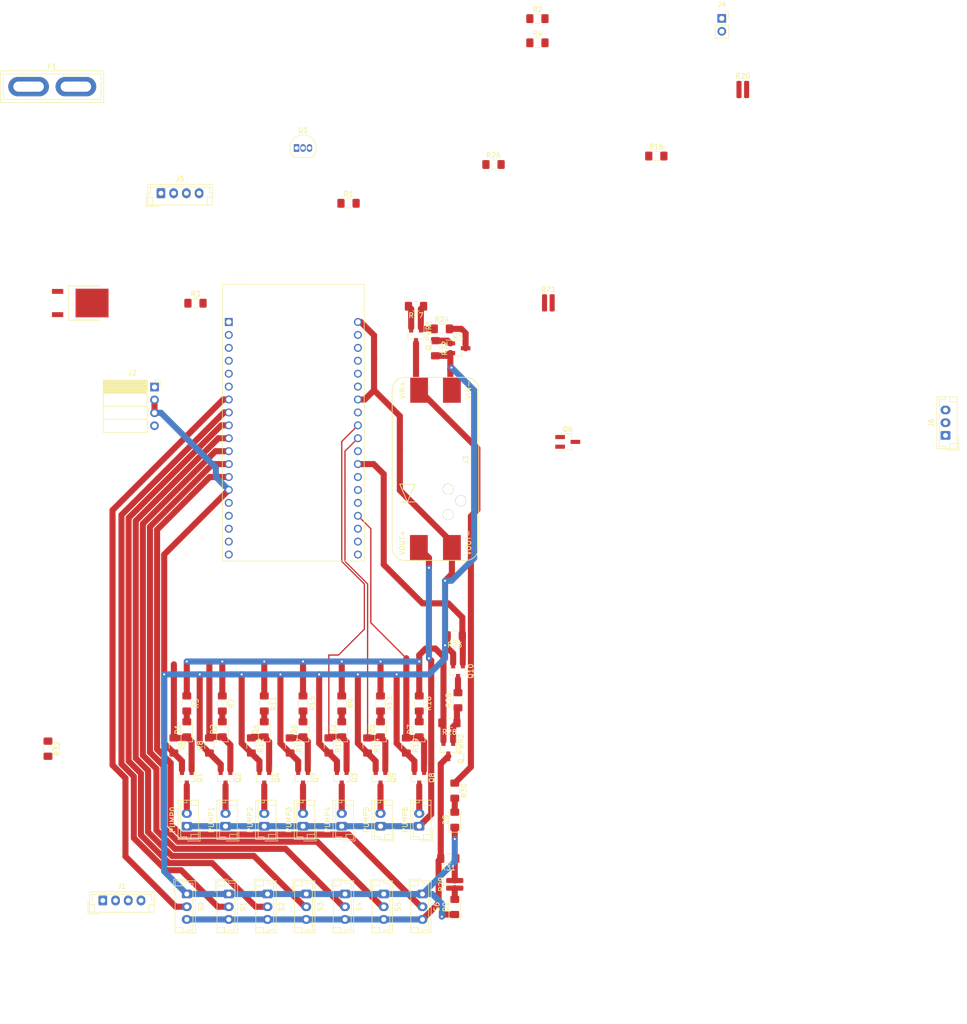
<source format=kicad_pcb>
(kicad_pcb (version 20171130) (host pcbnew 5.1.6)
  (layers (0 F.Cu signal) (31 B.Cu signal) (34 B.Paste user) (35 F.Paste user) (36 B.SilkS user) (37 F.SilkS user) (38 B.Mask user) (39 F.Mask user) (44 Edge.Cuts user))
  (net 0 "")
  (net 1 PLANT1_PUMP)
  (net 2 PLANT2_PUMP)
  (net 3 PLANT3_PUMP)
  (net 4 PLANT4_PUMP)
  (net 5 PLANT5_PUMP)
  (net 6 PLANT6_PUMP)
  (net 7 GND)
  (net 8 PLANT6_MOIST)
  (net 9 PLANT5_MOIST)
  (net 10 PLANT4_MOIST)
  (net 11 PLANT3_MOIST)
  (net 12 PLANT2_MOIST)
  (net 13 PLANT1_MOIST)
  (net 14 "Net-(R1-Pad1)")
  (net 15 "Net-(R3-Pad2)")
  (net 16 "Net-(D1-Pad2)")
  (net 17 PLANT_CTRL_PUMP_0)
  (net 18 "Net-(D2-Pad2)")
  (net 19 PLANT_CTRL_PUMP_1)
  (net 20 "Net-(D3-Pad2)")
  (net 21 PLANT_CTRL_PUMP_4)
  (net 22 "Net-(D4-Pad2)")
  (net 23 PLANT_CTRL_PUMP_2)
  (net 24 "Net-(D5-Pad2)")
  (net 25 PLANT_CTRL_PUMP_5)
  (net 26 "Net-(D6-Pad2)")
  (net 27 PLANT_CTRL_PUMP_3)
  (net 28 "Net-(D7-Pad2)")
  (net 29 PLANT_CTRL_PUMP_6)
  (net 30 "Net-(D8-Pad2)")
  (net 31 "Net-(D9-Pad2)")
  (net 32 LIPO+)
  (net 33 SOLAR_IN)
  (net 34 PUMP_PWR)
  (net 35 PWR_PUMP_CONVERTER)
  (net 36 "Net-(F1-Pad2)")
  (net 37 "Net-(J5-Pad3)")
  (net 38 "Net-(J5-Pad2)")
  (net 39 3_3V)
  (net 40 Temp)
  (net 41 PLANT0_PUMP)
  (net 42 "Net-(Q6-Pad3)")
  (net 43 CUSTOM_GPIO)
  (net 44 "Net-(Q9-Pad3)")
  (net 45 PUMP_ENABLE)
  (net 46 "Net-(Q10-Pad3)")
  (net 47 "Net-(Q_PWR1-Pad1)")
  (net 48 PWR_SENSORS)
  (net 49 "Net-(Q_PWR2-Pad1)")
  (net 50 "Net-(R32-Pad2)")
  (net 51 TANK_ECHO)
  (net 52 PLANT0_MOIST)
  (net 53 SENSORS_ENABLE)
  (net 54 "Net-(R29-Pad2)")
  (module LED_SMD:LED_1206_3216Metric_Pad1.42x1.75mm_HandSolder (layer F.Cu) (at 113.03 185.42 90)
    (fp_text reference D9 (at 0 -1.82 90) (layer F.SilkS))
    (fp_text value LED)
    (pad 2 smd roundrect (at 1.4875 0 90) (size 1.425 1.75) (layers F.Cu F.Paste F.Mask) (roundrect_rratio 0.175439) (net 31 "Net-(D9-Pad2)"))
    (pad 1 smd roundrect (at -1.4875 0 90) (size 1.425 1.75) (layers F.Cu F.Paste F.Mask) (roundrect_rratio 0.175439) (net 7 GND))
  )
  (module ESP32:MODULE_ESP32-DEVKITC-32D (layer F.Cu) (at 81.28 90.17)
    (fp_text reference U2 (at -10.829175 -28.446045) (layer F.SilkS) (effects (font (size 1.000386 1.000386) (thickness 0.015))))
    (fp_text value ESP32-DEVKITC-32D)
    (pad 38 thru_hole circle (at 12.7 25.96) (size 1.56 1.56) (drill 1.04) (layers *.Cu *.Mask))
    (pad 37 thru_hole circle (at 12.7 23.42) (size 1.56 1.56) (drill 1.04) (layers *.Cu *.Mask))
    (pad 36 thru_hole circle (at 12.7 20.88) (size 1.56 1.56) (drill 1.04) (layers *.Cu *.Mask))
    (pad 35 thru_hole circle (at 12.7 18.34) (size 1.56 1.56) (drill 1.04) (layers *.Cu *.Mask) (net 29 PLANT_CTRL_PUMP_6))
    (pad 34 thru_hole circle (at 12.7 15.8) (size 1.56 1.56) (drill 1.04) (layers *.Cu *.Mask) (net 40 Temp))
    (pad 33 thru_hole circle (at 12.7 13.26) (size 1.56 1.56) (drill 1.04) (layers *.Cu *.Mask))
    (pad 32 thru_hole circle (at 12.7 10.72) (size 1.56 1.56) (drill 1.04) (layers *.Cu *.Mask) (net 43 CUSTOM_GPIO))
    (pad 31 thru_hole circle (at 12.7 8.18) (size 1.56 1.56) (drill 1.04) (layers *.Cu *.Mask) (net 53 SENSORS_ENABLE))
    (pad 30 thru_hole circle (at 12.7 5.64) (size 1.56 1.56) (drill 1.04) (layers *.Cu *.Mask) (net 50 "Net-(R32-Pad2)"))
    (pad 29 thru_hole circle (at 12.7 3.1) (size 1.56 1.56) (drill 1.04) (layers *.Cu *.Mask) (net 25 PLANT_CTRL_PUMP_5))
    (pad 28 thru_hole circle (at 12.7 0.56) (size 1.56 1.56) (drill 1.04) (layers *.Cu *.Mask) (net 21 PLANT_CTRL_PUMP_4))
    (pad 27 thru_hole circle (at 12.7 -1.98) (size 1.56 1.56) (drill 1.04) (layers *.Cu *.Mask) (net 27 PLANT_CTRL_PUMP_3))
    (pad 26 thru_hole circle (at 12.7 -4.52) (size 1.56 1.56) (drill 1.04) (layers *.Cu *.Mask) (net 7 GND))
    (pad 25 thru_hole circle (at 12.7 -7.06) (size 1.56 1.56) (drill 1.04) (layers *.Cu *.Mask) (net 23 PLANT_CTRL_PUMP_2))
    (pad 24 thru_hole circle (at 12.7 -9.6) (size 1.56 1.56) (drill 1.04) (layers *.Cu *.Mask))
    (pad 23 thru_hole circle (at 12.7 -12.14) (size 1.56 1.56) (drill 1.04) (layers *.Cu *.Mask))
    (pad 22 thru_hole circle (at 12.7 -14.68) (size 1.56 1.56) (drill 1.04) (layers *.Cu *.Mask) (net 19 PLANT_CTRL_PUMP_1))
    (pad 21 thru_hole circle (at 12.7 -17.22) (size 1.56 1.56) (drill 1.04) (layers *.Cu *.Mask) (net 17 PLANT_CTRL_PUMP_0))
    (pad 20 thru_hole circle (at 12.7 -19.76) (size 1.56 1.56) (drill 1.04) (layers *.Cu *.Mask) (net 7 GND))
    (pad 18 thru_hole circle (at -12.7 23.42) (size 1.56 1.56) (drill 1.04) (layers *.Cu *.Mask))
    (pad 17 thru_hole circle (at -12.7 20.88) (size 1.56 1.56) (drill 1.04) (layers *.Cu *.Mask))
    (pad 16 thru_hole circle (at -12.7 18.34) (size 1.56 1.56) (drill 1.04) (layers *.Cu *.Mask))
    (pad 15 thru_hole circle (at -12.7 15.8) (size 1.56 1.56) (drill 1.04) (layers *.Cu *.Mask) (net 45 PUMP_ENABLE))
    (pad 14 thru_hole circle (at -12.7 13.26) (size 1.56 1.56) (drill 1.04) (layers *.Cu *.Mask) (net 7 GND))
    (pad 13 thru_hole circle (at -12.7 10.72) (size 1.56 1.56) (drill 1.04) (layers *.Cu *.Mask) (net 8 PLANT6_MOIST))
    (pad 12 thru_hole circle (at -12.7 8.18) (size 1.56 1.56) (drill 1.04) (layers *.Cu *.Mask) (net 9 PLANT5_MOIST))
    (pad 11 thru_hole circle (at -12.7 5.64) (size 1.56 1.56) (drill 1.04) (layers *.Cu *.Mask) (net 10 PLANT4_MOIST))
    (pad 10 thru_hole circle (at -12.7 3.1) (size 1.56 1.56) (drill 1.04) (layers *.Cu *.Mask) (net 11 PLANT3_MOIST))
    (pad 9 thru_hole circle (at -12.7 0.56) (size 1.56 1.56) (drill 1.04) (layers *.Cu *.Mask) (net 12 PLANT2_MOIST))
    (pad 8 thru_hole circle (at -12.7 -1.98) (size 1.56 1.56) (drill 1.04) (layers *.Cu *.Mask) (net 13 PLANT1_MOIST))
    (pad 7 thru_hole circle (at -12.7 -4.52) (size 1.56 1.56) (drill 1.04) (layers *.Cu *.Mask) (net 52 PLANT0_MOIST))
    (pad 6 thru_hole circle (at -12.7 -7.06) (size 1.56 1.56) (drill 1.04) (layers *.Cu *.Mask) (net 14 "Net-(R1-Pad1)"))
    (pad 5 thru_hole circle (at -12.7 -9.6) (size 1.56 1.56) (drill 1.04) (layers *.Cu *.Mask) (net 15 "Net-(R3-Pad2)"))
    (pad 4 thru_hole circle (at -12.7 -12.14) (size 1.56 1.56) (drill 1.04) (layers *.Cu *.Mask))
    (pad 3 thru_hole circle (at -12.7 -14.68) (size 1.56 1.56) (drill 1.04) (layers *.Cu *.Mask))
    (pad 19 thru_hole circle (at -12.7 25.96) (size 1.56 1.56) (drill 1.04) (layers *.Cu *.Mask))
    (pad 2 thru_hole circle (at -12.7 -17.22) (size 1.56 1.56) (drill 1.04) (layers *.Cu *.Mask))
    (pad 1 thru_hole rect (at -12.7 -19.76) (size 1.56 1.56) (drill 1.04) (layers *.Cu *.Mask) (net 39 3_3V))
  )
  (module Resistor_SMD:R_1206_3216Metric_Pad1.42x1.75mm_HandSolder (layer F.Cu) (at 129.285001 15.515001)
    (fp_text reference R4 (at 0 -1.82) (layer F.SilkS))
    (fp_text value 47k8)
    (pad 2 smd roundrect (at 1.4875 0) (size 1.425 1.75) (layers F.Cu F.Paste F.Mask) (roundrect_rratio 0.175439) (net 7 GND))
    (pad 1 smd roundrect (at -1.4875 0) (size 1.425 1.75) (layers F.Cu F.Paste F.Mask) (roundrect_rratio 0.175439) (net 15 "Net-(R3-Pad2)"))
  )
  (module Resistor_SMD:R_1206_3216Metric_Pad1.42x1.75mm_HandSolder (layer F.Cu) (at 62.035001 66.715001)
    (fp_text reference R3 (at 0 -1.82) (layer F.SilkS))
    (fp_text value 33k)
    (pad 2 smd roundrect (at 1.4875 0) (size 1.425 1.75) (layers F.Cu F.Paste F.Mask) (roundrect_rratio 0.175439) (net 15 "Net-(R3-Pad2)"))
    (pad 1 smd roundrect (at -1.4875 0) (size 1.425 1.75) (layers F.Cu F.Paste F.Mask) (roundrect_rratio 0.175439) (net 32 LIPO+))
  )
  (module Resistor_SMD:R_1206_3216Metric_Pad1.42x1.75mm_HandSolder (layer F.Cu) (at 129.285001 10.765001)
    (fp_text reference R2 (at 0 -1.82) (layer F.SilkS))
    (fp_text value 33k)
    (pad 2 smd roundrect (at 1.4875 0) (size 1.425 1.75) (layers F.Cu F.Paste F.Mask) (roundrect_rratio 0.175439) (net 7 GND))
    (pad 1 smd roundrect (at -1.4875 0) (size 1.425 1.75) (layers F.Cu F.Paste F.Mask) (roundrect_rratio 0.175439) (net 14 "Net-(R1-Pad1)"))
  )
  (module Resistor_SMD:R_1206_3216Metric_Pad1.42x1.75mm_HandSolder (layer F.Cu) (at 92.135001 47.065001)
    (fp_text reference R1 (at 0 -1.82) (layer F.SilkS))
    (fp_text value 100k)
    (pad 2 smd roundrect (at 1.4875 0) (size 1.425 1.75) (layers F.Cu F.Paste F.Mask) (roundrect_rratio 0.175439) (net 33 SOLAR_IN))
    (pad 1 smd roundrect (at -1.4875 0) (size 1.425 1.75) (layers F.Cu F.Paste F.Mask) (roundrect_rratio 0.175439) (net 14 "Net-(R1-Pad1)"))
  )
  (module Connector_PinSocket_2.54mm:PinSocket_1x04_P2.54mm_Horizontal (layer F.Cu) (at 53.975 83.185)
    (fp_text reference J2 (at -4.38 -2.77) (layer F.SilkS))
    (fp_text value Conn_01x04)
    (pad 4 thru_hole oval (at 0 7.62) (size 1.7 1.7) (drill 1) (layers *.Cu *.Mask) (net 32 LIPO+))
    (pad 3 thru_hole oval (at 0 5.08) (size 1.7 1.7) (drill 1) (layers *.Cu *.Mask) (net 7 GND))
    (pad 2 thru_hole oval (at 0 2.54) (size 1.7 1.7) (drill 1) (layers *.Cu *.Mask) (net 7 GND))
    (pad 1 thru_hole rect (at 0 0) (size 1.7 1.7) (drill 1) (layers *.Cu *.Mask) (net 33 SOLAR_IN))
  )
  (module Connector_JST:JST_EH_B4B-EH-A_1x04_P2.50mm_Vertical (layer F.Cu) (at 43.815 184.15)
    (fp_text reference J1 (at 3.75 -2.8) (layer F.SilkS))
    (fp_text value Conn_01x04)
    (pad 4 thru_hole oval (at 7.5 0) (size 1.7 1.95) (drill 0.95) (layers *.Cu *.Mask) (net 48 PWR_SENSORS))
    (pad 3 thru_hole oval (at 5 0) (size 1.7 1.95) (drill 0.95) (layers *.Cu *.Mask) (net 17 PLANT_CTRL_PUMP_0))
    (pad 2 thru_hole oval (at 2.5 0) (size 1.7 1.95) (drill 0.95) (layers *.Cu *.Mask) (net 51 TANK_ECHO))
    (pad 1 thru_hole roundrect (at 0 0) (size 1.7 1.95) (drill 0.95) (layers *.Cu *.Mask) (roundrect_rratio 0.147059) (net 7 GND))
  )
  (module Fuse:Fuse_Blade_ATO_directSolder (layer F.Cu) (at 29.21 24.13)
    (fp_text reference F1 (at 4.65 -3.9) (layer F.SilkS))
    (fp_text value Fuse)
    (pad 2 thru_hole oval (at 9.3 0) (size 8 3.8) (drill oval 6 2) (layers *.Cu *.Mask) (net 36 "Net-(F1-Pad2)"))
    (pad 1 thru_hole oval (at 0 0) (size 8 3.8) (drill oval 6 2) (layers *.Cu *.Mask) (net 32 LIPO+))
  )
  (module ESP32:DPAK457P991X255-3N (layer F.Cu) (at 39.37 66.675)
    (fp_text reference U3 (at -2.825 -4.635) (layer F.SilkS) (effects (font (thickness 0.015))))
    (fp_text value LP38690DT-3.3)
    (pad 4 smd rect (at 2.32 0) (size 6.49 5.63) (layers F.Cu F.Mask) (net 7 GND))
    (pad 3 smd rect (at -4.45 2.285) (size 2.22 0.96) (layers F.Cu F.Paste F.Mask) (net 32 LIPO+))
    (pad 1 smd rect (at -4.45 -2.285) (size 2.22 0.96) (layers F.Cu F.Paste F.Mask) (net 39 3_3V))
  )
  (module Package_TO_SOT_THT:TO-92_Inline (layer F.Cu) (at 81.915 36.195)
    (fp_text reference U1 (at 1.27 -3.56) (layer F.SilkS))
    (fp_text value DS18B20)
    (pad 1 thru_hole rect (at 0 0) (size 1.05 1.5) (drill 0.75) (layers *.Cu *.Mask) (net 7 GND))
    (pad 3 thru_hole oval (at 2.54 0) (size 1.05 1.5) (drill 0.75) (layers *.Cu *.Mask) (net 39 3_3V))
    (pad 2 thru_hole oval (at 1.27 0) (size 1.05 1.5) (drill 0.75) (layers *.Cu *.Mask) (net 40 Temp))
  )
  (module Connector_JST:JST_EH_B3B-EH-A_1x03_P2.50mm_Vertical (layer F.Cu) (at 106.68 182.88 270)
    (fp_text reference S6 (at 2.5 -2.8 90) (layer F.SilkS))
    (fp_text value Conn_01x03_Male)
    (pad 3 thru_hole oval (at 5 0 270) (size 1.7 1.95) (drill 0.95) (layers *.Cu *.Mask) (net 48 PWR_SENSORS))
    (pad 2 thru_hole oval (at 2.5 0 270) (size 1.7 1.95) (drill 0.95) (layers *.Cu *.Mask) (net 8 PLANT6_MOIST))
    (pad 1 thru_hole roundrect (at 0 0 270) (size 1.7 1.95) (drill 0.95) (layers *.Cu *.Mask) (roundrect_rratio 0.147059) (net 7 GND))
  )
  (module Connector_JST:JST_EH_B3B-EH-A_1x03_P2.50mm_Vertical (layer F.Cu) (at 99.06 182.88 270)
    (fp_text reference S5 (at 2.5 -2.8 90) (layer F.SilkS))
    (fp_text value Conn_01x03_Male)
    (pad 3 thru_hole oval (at 5 0 270) (size 1.7 1.95) (drill 0.95) (layers *.Cu *.Mask) (net 48 PWR_SENSORS))
    (pad 2 thru_hole oval (at 2.5 0 270) (size 1.7 1.95) (drill 0.95) (layers *.Cu *.Mask) (net 9 PLANT5_MOIST))
    (pad 1 thru_hole roundrect (at 0 0 270) (size 1.7 1.95) (drill 0.95) (layers *.Cu *.Mask) (roundrect_rratio 0.147059) (net 7 GND))
  )
  (module Connector_JST:JST_EH_B3B-EH-A_1x03_P2.50mm_Vertical (layer F.Cu) (at 91.44 182.88 270)
    (fp_text reference S4 (at 2.5 -2.8 90) (layer F.SilkS))
    (fp_text value Conn_01x03_Male)
    (pad 3 thru_hole oval (at 5 0 270) (size 1.7 1.95) (drill 0.95) (layers *.Cu *.Mask) (net 48 PWR_SENSORS))
    (pad 2 thru_hole oval (at 2.5 0 270) (size 1.7 1.95) (drill 0.95) (layers *.Cu *.Mask) (net 10 PLANT4_MOIST))
    (pad 1 thru_hole roundrect (at 0 0 270) (size 1.7 1.95) (drill 0.95) (layers *.Cu *.Mask) (roundrect_rratio 0.147059) (net 7 GND))
  )
  (module Connector_JST:JST_EH_B3B-EH-A_1x03_P2.50mm_Vertical (layer F.Cu) (at 83.82 182.88 270)
    (fp_text reference S3 (at 2.5 -2.8 90) (layer F.SilkS))
    (fp_text value Conn_01x03_Male)
    (pad 3 thru_hole oval (at 5 0 270) (size 1.7 1.95) (drill 0.95) (layers *.Cu *.Mask) (net 48 PWR_SENSORS))
    (pad 2 thru_hole oval (at 2.5 0 270) (size 1.7 1.95) (drill 0.95) (layers *.Cu *.Mask) (net 11 PLANT3_MOIST))
    (pad 1 thru_hole roundrect (at 0 0 270) (size 1.7 1.95) (drill 0.95) (layers *.Cu *.Mask) (roundrect_rratio 0.147059) (net 7 GND))
  )
  (module Connector_JST:JST_EH_B3B-EH-A_1x03_P2.50mm_Vertical (layer F.Cu) (at 76.2 182.88 270)
    (fp_text reference S2 (at 2.5 -2.8 90) (layer F.SilkS))
    (fp_text value Conn_01x03_Male)
    (pad 3 thru_hole oval (at 5 0 270) (size 1.7 1.95) (drill 0.95) (layers *.Cu *.Mask) (net 48 PWR_SENSORS))
    (pad 2 thru_hole oval (at 2.5 0 270) (size 1.7 1.95) (drill 0.95) (layers *.Cu *.Mask) (net 12 PLANT2_MOIST))
    (pad 1 thru_hole roundrect (at 0 0 270) (size 1.7 1.95) (drill 0.95) (layers *.Cu *.Mask) (roundrect_rratio 0.147059) (net 7 GND))
  )
  (module Connector_JST:JST_EH_B3B-EH-A_1x03_P2.50mm_Vertical (layer F.Cu) (at 68.58 182.88 270)
    (fp_text reference S1 (at 2.5 -2.8 90) (layer F.SilkS))
    (fp_text value Conn_01x03_Male)
    (pad 3 thru_hole oval (at 5 0 270) (size 1.7 1.95) (drill 0.95) (layers *.Cu *.Mask) (net 48 PWR_SENSORS))
    (pad 2 thru_hole oval (at 2.5 0 270) (size 1.7 1.95) (drill 0.95) (layers *.Cu *.Mask) (net 13 PLANT1_MOIST))
    (pad 1 thru_hole roundrect (at 0 0 270) (size 1.7 1.95) (drill 0.95) (layers *.Cu *.Mask) (roundrect_rratio 0.147059) (net 7 GND))
  )
  (module Connector_JST:JST_EH_B3B-EH-A_1x03_P2.50mm_Vertical (layer F.Cu) (at 60.325 182.88 270)
    (fp_text reference S0 (at 2.5 -2.8 90) (layer F.SilkS))
    (fp_text value Conn_01x03_Male)
    (pad 3 thru_hole oval (at 5 0 270) (size 1.7 1.95) (drill 0.95) (layers *.Cu *.Mask) (net 48 PWR_SENSORS))
    (pad 2 thru_hole oval (at 2.5 0 270) (size 1.7 1.95) (drill 0.95) (layers *.Cu *.Mask) (net 52 PLANT0_MOIST))
    (pad 1 thru_hole roundrect (at 0 0 270) (size 1.7 1.95) (drill 0.95) (layers *.Cu *.Mask) (roundrect_rratio 0.147059) (net 7 GND))
  )
  (module Resistor_SMD:R_1206_3216Metric_Pad1.42x1.75mm_HandSolder (layer F.Cu) (at 33.02 154.305 270)
    (fp_text reference R32 (at 0 -1.82 90) (layer F.SilkS))
    (fp_text value R)
    (pad 2 smd roundrect (at 1.4875 0 270) (size 1.425 1.75) (layers F.Cu F.Paste F.Mask) (roundrect_rratio 0.175439) (net 50 "Net-(R32-Pad2)"))
    (pad 1 smd roundrect (at -1.4875 0 270) (size 1.425 1.75) (layers F.Cu F.Paste F.Mask) (roundrect_rratio 0.175439) (net 51 TANK_ECHO))
  )
  (module Resistor_SMD:R_1206_3216Metric_Pad1.42x1.75mm_HandSolder (layer F.Cu) (at 111.76 175.895 180)
    (fp_text reference R31 (at 0 -1.82) (layer F.SilkS))
    (fp_text value R)
    (pad 2 smd roundrect (at 1.4875 0 180) (size 1.425 1.75) (layers F.Cu F.Paste F.Mask) (roundrect_rratio 0.175439) (net 48 PWR_SENSORS))
    (pad 1 smd roundrect (at -1.4875 0 180) (size 1.425 1.75) (layers F.Cu F.Paste F.Mask) (roundrect_rratio 0.175439) (net 54 "Net-(R29-Pad2)"))
  )
  (module Resistor_SMD:R_1206_3216Metric_Pad1.42x1.75mm_HandSolder (layer F.Cu) (at 113.03 162.56 270)
    (fp_text reference R30 (at 0 -1.82 90) (layer F.SilkS))
    (fp_text value R)
    (pad 2 smd roundrect (at 1.4875 0 270) (size 1.425 1.75) (layers F.Cu F.Paste F.Mask) (roundrect_rratio 0.175439) (net 30 "Net-(D8-Pad2)"))
    (pad 1 smd roundrect (at -1.4875 0 270) (size 1.425 1.75) (layers F.Cu F.Paste F.Mask) (roundrect_rratio 0.175439) (net 35 PWR_PUMP_CONVERTER))
  )
  (module Resistor_SMD:R_0612_1632Metric (layer F.Cu) (at 113.03 180.975 90)
    (fp_text reference R29 (at 0 -2.65 90) (layer F.SilkS))
    (fp_text value R)
    (pad 2 smd roundrect (at 0.75 0 90) (size 1 3.4) (layers F.Cu F.Paste F.Mask) (net 54 "Net-(R29-Pad2)"))
    (pad 1 smd roundrect (at -0.75 0 90) (size 1 3.4) (layers F.Cu F.Paste F.Mask) (net 31 "Net-(D9-Pad2)"))
  )
  (module Resistor_SMD:R_1206_3216Metric_Pad1.42x1.75mm_HandSolder (layer F.Cu) (at 111.9775 149.225 180)
    (fp_text reference R28 (at 0 -1.82) (layer F.SilkS))
    (fp_text value R)
    (pad 2 smd roundrect (at 1.4875 0 180) (size 1.425 1.75) (layers F.Cu F.Paste F.Mask) (roundrect_rratio 0.175439) (net 32 LIPO+))
    (pad 1 smd roundrect (at -1.4875 0 180) (size 1.425 1.75) (layers F.Cu F.Paste F.Mask) (roundrect_rratio 0.175439) (net 49 "Net-(Q_PWR2-Pad1)"))
  )
  (module Resistor_SMD:R_1206_3216Metric_Pad1.42x1.75mm_HandSolder (layer F.Cu) (at 105.41 67.31 180)
    (fp_text reference R27 (at 0 -1.82) (layer F.SilkS))
    (fp_text value R)
    (pad 2 smd roundrect (at 1.4875 0 180) (size 1.425 1.75) (layers F.Cu F.Paste F.Mask) (roundrect_rratio 0.175439) (net 32 LIPO+))
    (pad 1 smd roundrect (at -1.4875 0 180) (size 1.425 1.75) (layers F.Cu F.Paste F.Mask) (roundrect_rratio 0.175439) (net 47 "Net-(Q_PWR1-Pad1)"))
  )
  (module Resistor_SMD:R_1206_3216Metric_Pad1.42x1.75mm_HandSolder (layer F.Cu) (at 120.65 39.445001)
    (fp_text reference R26 (at 0 -1.82) (layer F.SilkS))
    (fp_text value 4k7)
    (pad 2 smd roundrect (at 1.4875 0) (size 1.425 1.75) (layers F.Cu F.Paste F.Mask) (roundrect_rratio 0.175439) (net 39 3_3V))
    (pad 1 smd roundrect (at -1.4875 0) (size 1.425 1.75) (layers F.Cu F.Paste F.Mask) (roundrect_rratio 0.175439) (net 40 Temp))
  )
  (module Resistor_SMD:R_1206_3216Metric_Pad1.42x1.75mm_HandSolder (layer F.Cu) (at 113.665 144.78 90)
    (fp_text reference R25 (at 0 -1.82 90) (layer F.SilkS))
    (fp_text value R)
    (pad 2 smd roundrect (at 1.4875 0 90) (size 1.425 1.75) (layers F.Cu F.Paste F.Mask) (roundrect_rratio 0.175439) (net 46 "Net-(Q10-Pad3)"))
    (pad 1 smd roundrect (at -1.4875 0 90) (size 1.425 1.75) (layers F.Cu F.Paste F.Mask) (roundrect_rratio 0.175439) (net 49 "Net-(Q_PWR2-Pad1)"))
  )
  (module Resistor_SMD:R_1206_3216Metric_Pad1.42x1.75mm_HandSolder (layer F.Cu) (at 110.49 71.755)
    (fp_text reference R24 (at 0 -1.82) (layer F.SilkS))
    (fp_text value R)
    (pad 2 smd roundrect (at 1.4875 0) (size 1.425 1.75) (layers F.Cu F.Paste F.Mask) (roundrect_rratio 0.175439) (net 44 "Net-(Q9-Pad3)"))
    (pad 1 smd roundrect (at -1.4875 0) (size 1.425 1.75) (layers F.Cu F.Paste F.Mask) (roundrect_rratio 0.175439) (net 47 "Net-(Q_PWR1-Pad1)"))
  )
  (module Resistor_SMD:R_1206_3216Metric_Pad1.42x1.75mm_HandSolder (layer F.Cu) (at 113.03 132.08 180)
    (fp_text reference R23 (at 0 -1.82) (layer F.SilkS))
    (fp_text value R)
    (pad 2 smd roundrect (at 1.4875 0 180) (size 1.425 1.75) (layers F.Cu F.Paste F.Mask) (roundrect_rratio 0.175439) (net 7 GND))
    (pad 1 smd roundrect (at -1.4875 0 180) (size 1.425 1.75) (layers F.Cu F.Paste F.Mask) (roundrect_rratio 0.175439) (net 53 SENSORS_ENABLE))
  )
  (module Resistor_SMD:R_1206_3216Metric_Pad1.42x1.75mm_HandSolder (layer F.Cu) (at 109.22 75.565 270)
    (fp_text reference R22 (at 0 -1.82 90) (layer F.SilkS))
    (fp_text value R)
    (pad 2 smd roundrect (at 1.4875 0 270) (size 1.425 1.75) (layers F.Cu F.Paste F.Mask) (roundrect_rratio 0.175439) (net 7 GND))
    (pad 1 smd roundrect (at -1.4875 0 270) (size 1.425 1.75) (layers F.Cu F.Paste F.Mask) (roundrect_rratio 0.175439) (net 45 PUMP_ENABLE))
  )
  (module Resistor_SMD:R_0612_1632Metric (layer F.Cu) (at 131.435001 66.645001)
    (fp_text reference R21 (at 0 -2.65) (layer F.SilkS))
    (fp_text value R)
    (pad 2 smd roundrect (at 0.75 0) (size 1 3.4) (layers F.Cu F.Paste F.Mask) (net 42 "Net-(Q6-Pad3)"))
    (pad 1 smd roundrect (at -0.75 0) (size 1 3.4) (layers F.Cu F.Paste F.Mask) (net 37 "Net-(J5-Pad3)"))
  )
  (module Resistor_SMD:R_0612_1632Metric (layer F.Cu) (at 169.685001 24.695001)
    (fp_text reference R20 (at 0 -2.65) (layer F.SilkS))
    (fp_text value R)
    (pad 2 smd roundrect (at 0.75 0) (size 1 3.4) (layers F.Cu F.Paste F.Mask) (net 38 "Net-(J5-Pad2)"))
    (pad 1 smd roundrect (at -0.75 0) (size 1 3.4) (layers F.Cu F.Paste F.Mask) (net 43 CUSTOM_GPIO))
  )
  (module Resistor_SMD:R_1206_3216Metric_Pad1.42x1.75mm_HandSolder (layer F.Cu) (at 103.505 153.67 270)
    (fp_text reference R19 (at 0 -1.82 90) (layer F.SilkS))
    (fp_text value R)
    (pad 2 smd roundrect (at 1.4875 0 270) (size 1.425 1.75) (layers F.Cu F.Paste F.Mask) (roundrect_rratio 0.175439) (net 7 GND))
    (pad 1 smd roundrect (at -1.4875 0 270) (size 1.425 1.75) (layers F.Cu F.Paste F.Mask) (roundrect_rratio 0.175439) (net 29 PLANT_CTRL_PUMP_6))
  )
  (module Resistor_SMD:R_1206_3216Metric_Pad1.42x1.75mm_HandSolder (layer F.Cu) (at 106.045 145.415 270)
    (fp_text reference R18 (at 0 -1.82 90) (layer F.SilkS))
    (fp_text value R)
    (pad 2 smd roundrect (at 1.4875 0 270) (size 1.425 1.75) (layers F.Cu F.Paste F.Mask) (roundrect_rratio 0.175439) (net 28 "Net-(D7-Pad2)"))
    (pad 1 smd roundrect (at -1.4875 0 270) (size 1.425 1.75) (layers F.Cu F.Paste F.Mask) (roundrect_rratio 0.175439) (net 32 LIPO+))
  )
  (module Resistor_SMD:R_1206_3216Metric_Pad1.42x1.75mm_HandSolder (layer F.Cu) (at 80.645 153.67 270)
    (fp_text reference R17 (at 0 -1.82 90) (layer F.SilkS))
    (fp_text value R)
    (pad 2 smd roundrect (at 1.4875 0 270) (size 1.425 1.75) (layers F.Cu F.Paste F.Mask) (roundrect_rratio 0.175439) (net 7 GND))
    (pad 1 smd roundrect (at -1.4875 0 270) (size 1.425 1.75) (layers F.Cu F.Paste F.Mask) (roundrect_rratio 0.175439) (net 27 PLANT_CTRL_PUMP_3))
  )
  (module Resistor_SMD:R_1206_3216Metric_Pad1.42x1.75mm_HandSolder (layer F.Cu) (at 152.675001 37.775001)
    (fp_text reference R16 (at 0 -1.82) (layer F.SilkS))
    (fp_text value R)
    (pad 2 smd roundrect (at 1.4875 0) (size 1.425 1.75) (layers F.Cu F.Paste F.Mask) (roundrect_rratio 0.175439) (net 7 GND))
    (pad 1 smd roundrect (at -1.4875 0) (size 1.425 1.75) (layers F.Cu F.Paste F.Mask) (roundrect_rratio 0.175439) (net 43 CUSTOM_GPIO))
  )
  (module Resistor_SMD:R_1206_3216Metric_Pad1.42x1.75mm_HandSolder (layer F.Cu) (at 83.185 145.415 270)
    (fp_text reference R15 (at 0 -1.82 90) (layer F.SilkS))
    (fp_text value R)
    (pad 2 smd roundrect (at 1.4875 0 270) (size 1.425 1.75) (layers F.Cu F.Paste F.Mask) (roundrect_rratio 0.175439) (net 26 "Net-(D6-Pad2)"))
    (pad 1 smd roundrect (at -1.4875 0 270) (size 1.425 1.75) (layers F.Cu F.Paste F.Mask) (roundrect_rratio 0.175439) (net 32 LIPO+))
  )
  (module Resistor_SMD:R_1206_3216Metric_Pad1.42x1.75mm_HandSolder (layer F.Cu) (at 95.885 153.67 270)
    (fp_text reference R14 (at 0 -1.82 90) (layer F.SilkS))
    (fp_text value R)
    (pad 2 smd roundrect (at 1.4875 0 270) (size 1.425 1.75) (layers F.Cu F.Paste F.Mask) (roundrect_rratio 0.175439) (net 7 GND))
    (pad 1 smd roundrect (at -1.4875 0 270) (size 1.425 1.75) (layers F.Cu F.Paste F.Mask) (roundrect_rratio 0.175439) (net 25 PLANT_CTRL_PUMP_5))
  )
  (module Resistor_SMD:R_1206_3216Metric_Pad1.42x1.75mm_HandSolder (layer F.Cu) (at 98.425 145.415 270)
    (fp_text reference R13 (at 0 -1.82 90) (layer F.SilkS))
    (fp_text value R)
    (pad 2 smd roundrect (at 1.4875 0 270) (size 1.425 1.75) (layers F.Cu F.Paste F.Mask) (roundrect_rratio 0.175439) (net 24 "Net-(D5-Pad2)"))
    (pad 1 smd roundrect (at -1.4875 0 270) (size 1.425 1.75) (layers F.Cu F.Paste F.Mask) (roundrect_rratio 0.175439) (net 32 LIPO+))
  )
  (module Resistor_SMD:R_1206_3216Metric_Pad1.42x1.75mm_HandSolder (layer F.Cu) (at 73.025 153.67 270)
    (fp_text reference R12 (at 0 -1.82 90) (layer F.SilkS))
    (fp_text value R)
    (pad 2 smd roundrect (at 1.4875 0 270) (size 1.425 1.75) (layers F.Cu F.Paste F.Mask) (roundrect_rratio 0.175439) (net 7 GND))
    (pad 1 smd roundrect (at -1.4875 0 270) (size 1.425 1.75) (layers F.Cu F.Paste F.Mask) (roundrect_rratio 0.175439) (net 23 PLANT_CTRL_PUMP_2))
  )
  (module Resistor_SMD:R_1206_3216Metric_Pad1.42x1.75mm_HandSolder (layer F.Cu) (at 75.565 145.415 270)
    (fp_text reference R11 (at 0 -1.82 90) (layer F.SilkS))
    (fp_text value R)
    (pad 2 smd roundrect (at 1.4875 0 270) (size 1.425 1.75) (layers F.Cu F.Paste F.Mask) (roundrect_rratio 0.175439) (net 22 "Net-(D4-Pad2)"))
    (pad 1 smd roundrect (at -1.4875 0 270) (size 1.425 1.75) (layers F.Cu F.Paste F.Mask) (roundrect_rratio 0.175439) (net 32 LIPO+))
  )
  (module Resistor_SMD:R_1206_3216Metric_Pad1.42x1.75mm_HandSolder (layer F.Cu) (at 88.265 153.67 270)
    (fp_text reference R10 (at 0 -1.82 90) (layer F.SilkS))
    (fp_text value R)
    (pad 2 smd roundrect (at 1.4875 0 270) (size 1.425 1.75) (layers F.Cu F.Paste F.Mask) (roundrect_rratio 0.175439) (net 7 GND))
    (pad 1 smd roundrect (at -1.4875 0 270) (size 1.425 1.75) (layers F.Cu F.Paste F.Mask) (roundrect_rratio 0.175439) (net 21 PLANT_CTRL_PUMP_4))
  )
  (module Resistor_SMD:R_1206_3216Metric_Pad1.42x1.75mm_HandSolder (layer F.Cu) (at 90.805 145.415 270)
    (fp_text reference R9 (at 0 -1.82 90) (layer F.SilkS))
    (fp_text value R)
    (pad 2 smd roundrect (at 1.4875 0 270) (size 1.425 1.75) (layers F.Cu F.Paste F.Mask) (roundrect_rratio 0.175439) (net 20 "Net-(D3-Pad2)"))
    (pad 1 smd roundrect (at -1.4875 0 270) (size 1.425 1.75) (layers F.Cu F.Paste F.Mask) (roundrect_rratio 0.175439) (net 32 LIPO+))
  )
  (module Resistor_SMD:R_1206_3216Metric_Pad1.42x1.75mm_HandSolder (layer F.Cu) (at 64.77 153.67 90)
    (fp_text reference R8 (at 0 -1.82 90) (layer F.SilkS))
    (fp_text value R)
    (pad 2 smd roundrect (at 1.4875 0 90) (size 1.425 1.75) (layers F.Cu F.Paste F.Mask) (roundrect_rratio 0.175439) (net 19 PLANT_CTRL_PUMP_1))
    (pad 1 smd roundrect (at -1.4875 0 90) (size 1.425 1.75) (layers F.Cu F.Paste F.Mask) (roundrect_rratio 0.175439) (net 7 GND))
  )
  (module Resistor_SMD:R_1206_3216Metric_Pad1.42x1.75mm_HandSolder (layer F.Cu) (at 67.31 145.415 270)
    (fp_text reference R7 (at 0 -1.82 90) (layer F.SilkS))
    (fp_text value R)
    (pad 2 smd roundrect (at 1.4875 0 270) (size 1.425 1.75) (layers F.Cu F.Paste F.Mask) (roundrect_rratio 0.175439) (net 18 "Net-(D2-Pad2)"))
    (pad 1 smd roundrect (at -1.4875 0 270) (size 1.425 1.75) (layers F.Cu F.Paste F.Mask) (roundrect_rratio 0.175439) (net 32 LIPO+))
  )
  (module Resistor_SMD:R_1206_3216Metric_Pad1.42x1.75mm_HandSolder (layer F.Cu) (at 57.785 153.67 270)
    (fp_text reference R6 (at 0 -1.82 90) (layer F.SilkS))
    (fp_text value R)
    (pad 2 smd roundrect (at 1.4875 0 270) (size 1.425 1.75) (layers F.Cu F.Paste F.Mask) (roundrect_rratio 0.175439) (net 7 GND))
    (pad 1 smd roundrect (at -1.4875 0 270) (size 1.425 1.75) (layers F.Cu F.Paste F.Mask) (roundrect_rratio 0.175439) (net 17 PLANT_CTRL_PUMP_0))
  )
  (module Resistor_SMD:R_1206_3216Metric_Pad1.42x1.75mm_HandSolder (layer F.Cu) (at 60.325 145.415 270)
    (fp_text reference R5 (at 0 -1.82 90) (layer F.SilkS))
    (fp_text value R)
    (pad 2 smd roundrect (at 1.4875 0 270) (size 1.425 1.75) (layers F.Cu F.Paste F.Mask) (roundrect_rratio 0.175439) (net 16 "Net-(D1-Pad2)"))
    (pad 1 smd roundrect (at -1.4875 0 270) (size 1.425 1.75) (layers F.Cu F.Paste F.Mask) (roundrect_rratio 0.175439) (net 32 LIPO+))
  )
  (module Package_TO_SOT_SMD:SOT-23_Handsoldering (layer F.Cu) (at 111.76 154.305 270)
    (fp_text reference Q_PWR2 (at 0 -2.5 90) (layer F.SilkS))
    (fp_text value BSS84)
    (pad 3 smd rect (at 1.5 0 270) (size 1.9 0.8) (layers F.Cu F.Paste F.Mask) (net 48 PWR_SENSORS))
    (pad 2 smd rect (at -1.5 0.95 270) (size 1.9 0.8) (layers F.Cu F.Paste F.Mask) (net 32 LIPO+))
    (pad 1 smd rect (at -1.5 -0.95 270) (size 1.9 0.8) (layers F.Cu F.Paste F.Mask) (net 49 "Net-(Q_PWR2-Pad1)"))
  )
  (module Package_TO_SOT_SMD:SOT-23_Handsoldering (layer F.Cu) (at 105.41 73.025 270)
    (fp_text reference Q_PWR1 (at 0 -2.5 90) (layer F.SilkS))
    (fp_text value BSS84)
    (pad 3 smd rect (at 1.5 0 270) (size 1.9 0.8) (layers F.Cu F.Paste F.Mask) (net 35 PWR_PUMP_CONVERTER))
    (pad 2 smd rect (at -1.5 0.95 270) (size 1.9 0.8) (layers F.Cu F.Paste F.Mask) (net 32 LIPO+))
    (pad 1 smd rect (at -1.5 -0.95 270) (size 1.9 0.8) (layers F.Cu F.Paste F.Mask) (net 47 "Net-(Q_PWR1-Pad1)"))
  )
  (module Package_TO_SOT_SMD:SOT-23_Handsoldering (layer F.Cu) (at 113.665 139.065 270)
    (fp_text reference Q10 (at 0 -2.5 90) (layer F.SilkS))
    (fp_text value SL2300)
    (pad 3 smd rect (at 1.5 0 270) (size 1.9 0.8) (layers F.Cu F.Paste F.Mask) (net 46 "Net-(Q10-Pad3)"))
    (pad 2 smd rect (at -1.5 0.95 270) (size 1.9 0.8) (layers F.Cu F.Paste F.Mask) (net 7 GND))
    (pad 1 smd rect (at -1.5 -0.95 270) (size 1.9 0.8) (layers F.Cu F.Paste F.Mask) (net 53 SENSORS_ENABLE))
  )
  (module Package_TO_SOT_SMD:SOT-23_Handsoldering (layer F.Cu) (at 113.665 75.565)
    (fp_text reference Q9 (at 0 -2.5) (layer F.SilkS))
    (fp_text value SL2300)
    (pad 3 smd rect (at 1.5 0) (size 1.9 0.8) (layers F.Cu F.Paste F.Mask) (net 44 "Net-(Q9-Pad3)"))
    (pad 2 smd rect (at -1.5 0.95) (size 1.9 0.8) (layers F.Cu F.Paste F.Mask) (net 7 GND))
    (pad 1 smd rect (at -1.5 -0.95) (size 1.9 0.8) (layers F.Cu F.Paste F.Mask) (net 45 PUMP_ENABLE))
  )
  (module Package_TO_SOT_SMD:SOT-23_Handsoldering (layer F.Cu) (at 106.045 160.02 270)
    (fp_text reference Q8 (at 0 -2.5 90) (layer F.SilkS))
    (fp_text value SL2300)
    (pad 3 smd rect (at 1.5 0 270) (size 1.9 0.8) (layers F.Cu F.Paste F.Mask) (net 6 PLANT6_PUMP))
    (pad 2 smd rect (at -1.5 0.95 270) (size 1.9 0.8) (layers F.Cu F.Paste F.Mask) (net 7 GND))
    (pad 1 smd rect (at -1.5 -0.95 270) (size 1.9 0.8) (layers F.Cu F.Paste F.Mask) (net 29 PLANT_CTRL_PUMP_6))
  )
  (module Package_TO_SOT_SMD:SOT-23_Handsoldering (layer F.Cu) (at 83.185 160.02 270)
    (fp_text reference Q7 (at 0 -2.5 90) (layer F.SilkS))
    (fp_text value SL2300)
    (pad 3 smd rect (at 1.5 0 270) (size 1.9 0.8) (layers F.Cu F.Paste F.Mask) (net 3 PLANT3_PUMP))
    (pad 2 smd rect (at -1.5 0.95 270) (size 1.9 0.8) (layers F.Cu F.Paste F.Mask) (net 7 GND))
    (pad 1 smd rect (at -1.5 -0.95 270) (size 1.9 0.8) (layers F.Cu F.Paste F.Mask) (net 27 PLANT_CTRL_PUMP_3))
  )
  (module Package_TO_SOT_SMD:SOT-23_Handsoldering (layer F.Cu) (at 135.255 93.98)
    (fp_text reference Q6 (at 0 -2.5) (layer F.SilkS))
    (fp_text value SL2300)
    (pad 3 smd rect (at 1.5 0) (size 1.9 0.8) (layers F.Cu F.Paste F.Mask) (net 42 "Net-(Q6-Pad3)"))
    (pad 2 smd rect (at -1.5 0.95) (size 1.9 0.8) (layers F.Cu F.Paste F.Mask) (net 7 GND))
    (pad 1 smd rect (at -1.5 -0.95) (size 1.9 0.8) (layers F.Cu F.Paste F.Mask) (net 43 CUSTOM_GPIO))
  )
  (module Package_TO_SOT_SMD:SOT-23_Handsoldering (layer F.Cu) (at 98.425 160.02 270)
    (fp_text reference Q5 (at 0 -2.5 90) (layer F.SilkS))
    (fp_text value SL2300)
    (pad 3 smd rect (at 1.5 0 270) (size 1.9 0.8) (layers F.Cu F.Paste F.Mask) (net 5 PLANT5_PUMP))
    (pad 2 smd rect (at -1.5 0.95 270) (size 1.9 0.8) (layers F.Cu F.Paste F.Mask) (net 7 GND))
    (pad 1 smd rect (at -1.5 -0.95 270) (size 1.9 0.8) (layers F.Cu F.Paste F.Mask) (net 25 PLANT_CTRL_PUMP_5))
  )
  (module Package_TO_SOT_SMD:SOT-23_Handsoldering (layer F.Cu) (at 75.565 160.02 270)
    (fp_text reference Q4 (at 0 -2.5 90) (layer F.SilkS))
    (fp_text value SL2300)
    (pad 3 smd rect (at 1.5 0 270) (size 1.9 0.8) (layers F.Cu F.Paste F.Mask) (net 2 PLANT2_PUMP))
    (pad 2 smd rect (at -1.5 0.95 270) (size 1.9 0.8) (layers F.Cu F.Paste F.Mask) (net 7 GND))
    (pad 1 smd rect (at -1.5 -0.95 270) (size 1.9 0.8) (layers F.Cu F.Paste F.Mask) (net 23 PLANT_CTRL_PUMP_2))
  )
  (module Package_TO_SOT_SMD:SOT-23_Handsoldering (layer F.Cu) (at 90.805 160.02 270)
    (fp_text reference Q3 (at 0 -2.5 90) (layer F.SilkS))
    (fp_text value SL2300)
    (pad 3 smd rect (at 1.5 0 270) (size 1.9 0.8) (layers F.Cu F.Paste F.Mask) (net 4 PLANT4_PUMP))
    (pad 2 smd rect (at -1.5 0.95 270) (size 1.9 0.8) (layers F.Cu F.Paste F.Mask) (net 7 GND))
    (pad 1 smd rect (at -1.5 -0.95 270) (size 1.9 0.8) (layers F.Cu F.Paste F.Mask) (net 21 PLANT_CTRL_PUMP_4))
  )
  (module Package_TO_SOT_SMD:SOT-23_Handsoldering (layer F.Cu) (at 67.945 160.02 270)
    (fp_text reference Q2 (at 0 -2.5 90) (layer F.SilkS))
    (fp_text value SL2300)
    (pad 3 smd rect (at 1.5 0 270) (size 1.9 0.8) (layers F.Cu F.Paste F.Mask) (net 1 PLANT1_PUMP))
    (pad 2 smd rect (at -1.5 0.95 270) (size 1.9 0.8) (layers F.Cu F.Paste F.Mask) (net 7 GND))
    (pad 1 smd rect (at -1.5 -0.95 270) (size 1.9 0.8) (layers F.Cu F.Paste F.Mask) (net 19 PLANT_CTRL_PUMP_1))
  )
  (module Package_TO_SOT_SMD:SOT-23_Handsoldering (layer F.Cu) (at 60.325 160.02 270)
    (fp_text reference Q1 (at 0 -2.5 90) (layer F.SilkS))
    (fp_text value SL2300)
    (pad 3 smd rect (at 1.5 0 270) (size 1.9 0.8) (layers F.Cu F.Paste F.Mask) (net 41 PLANT0_PUMP))
    (pad 2 smd rect (at -1.5 0.95 270) (size 1.9 0.8) (layers F.Cu F.Paste F.Mask) (net 7 GND))
    (pad 1 smd rect (at -1.5 -0.95 270) (size 1.9 0.8) (layers F.Cu F.Paste F.Mask) (net 17 PLANT_CTRL_PUMP_0))
  )
  (module Connector_JST:JST_EH_B2B-EH-A_1x02_P2.50mm_Vertical (layer F.Cu) (at 106.045 169.545 90)
    (fp_text reference PUMP6 (at 1.25 -2.8 90) (layer F.SilkS))
    (fp_text value Conn_01x02_Female)
    (pad 2 thru_hole oval (at 2.5 0 90) (size 1.7 2) (drill 1) (layers *.Cu *.Mask) (net 6 PLANT6_PUMP))
    (pad 1 thru_hole roundrect (at 0 0 90) (size 1.7 2) (drill 1) (layers *.Cu *.Mask) (roundrect_rratio 0.147059) (net 34 PUMP_PWR))
  )
  (module Connector_JST:JST_EH_B2B-EH-A_1x02_P2.50mm_Vertical (layer F.Cu) (at 98.425 169.545 90)
    (fp_text reference PUMP5 (at 1.25 -2.8 90) (layer F.SilkS))
    (fp_text value Conn_01x02_Female)
    (pad 2 thru_hole oval (at 2.5 0 90) (size 1.7 2) (drill 1) (layers *.Cu *.Mask) (net 5 PLANT5_PUMP))
    (pad 1 thru_hole roundrect (at 0 0 90) (size 1.7 2) (drill 1) (layers *.Cu *.Mask) (roundrect_rratio 0.147059) (net 34 PUMP_PWR))
  )
  (module Connector_JST:JST_EH_B2B-EH-A_1x02_P2.50mm_Vertical (layer F.Cu) (at 90.805 169.545 90)
    (fp_text reference PUMP4 (at 1.25 -2.8 90) (layer F.SilkS))
    (fp_text value Conn_01x02_Female)
    (pad 2 thru_hole oval (at 2.5 0 90) (size 1.7 2) (drill 1) (layers *.Cu *.Mask) (net 4 PLANT4_PUMP))
    (pad 1 thru_hole roundrect (at 0 0 90) (size 1.7 2) (drill 1) (layers *.Cu *.Mask) (roundrect_rratio 0.147059) (net 34 PUMP_PWR))
  )
  (module Connector_JST:JST_EH_B2B-EH-A_1x02_P2.50mm_Vertical (layer F.Cu) (at 83.185 169.545 90)
    (fp_text reference PUMP3 (at 1.25 -2.8 90) (layer F.SilkS))
    (fp_text value Conn_01x02_Female)
    (pad 2 thru_hole oval (at 2.5 0 90) (size 1.7 2) (drill 1) (layers *.Cu *.Mask) (net 3 PLANT3_PUMP))
    (pad 1 thru_hole roundrect (at 0 0 90) (size 1.7 2) (drill 1) (layers *.Cu *.Mask) (roundrect_rratio 0.147059) (net 34 PUMP_PWR))
  )
  (module Connector_JST:JST_EH_B2B-EH-A_1x02_P2.50mm_Vertical (layer F.Cu) (at 75.565 169.545 90)
    (fp_text reference PUMP2 (at 1.25 -2.8 90) (layer F.SilkS))
    (fp_text value Conn_01x02_Female)
    (pad 2 thru_hole oval (at 2.5 0 90) (size 1.7 2) (drill 1) (layers *.Cu *.Mask) (net 2 PLANT2_PUMP))
    (pad 1 thru_hole roundrect (at 0 0 90) (size 1.7 2) (drill 1) (layers *.Cu *.Mask) (roundrect_rratio 0.147059) (net 34 PUMP_PWR))
  )
  (module Connector_JST:JST_EH_B2B-EH-A_1x02_P2.50mm_Vertical (layer F.Cu) (at 67.945 169.545 90)
    (fp_text reference PUMP1 (at 1.25 -2.8 90) (layer F.SilkS))
    (fp_text value Conn_01x02_Female)
    (pad 2 thru_hole oval (at 2.5 0 90) (size 1.7 2) (drill 1) (layers *.Cu *.Mask) (net 1 PLANT1_PUMP))
    (pad 1 thru_hole roundrect (at 0 0 90) (size 1.7 2) (drill 1) (layers *.Cu *.Mask) (roundrect_rratio 0.147059) (net 34 PUMP_PWR))
  )
  (module Connector_JST:JST_EH_B2B-EH-A_1x02_P2.50mm_Vertical (layer F.Cu) (at 60.325 169.545 90)
    (fp_text reference PUMP0 (at 1.25 -2.8 90) (layer F.SilkS))
    (fp_text value Conn_01x02_Female)
    (pad 2 thru_hole oval (at 2.5 0 90) (size 1.7 2) (drill 1) (layers *.Cu *.Mask) (net 41 PLANT0_PUMP))
    (pad 1 thru_hole roundrect (at 0 0 90) (size 1.7 2) (drill 1) (layers *.Cu *.Mask) (roundrect_rratio 0.147059) (net 34 PUMP_PWR))
  )
  (module Connector_JST:JST_EH_B3B-EH-A_1x03_P2.50mm_Vertical (layer F.Cu) (at 209.55 92.71 90)
    (fp_text reference J6 (at 2.5 -2.8 90) (layer F.SilkS))
    (fp_text value Conn_01x03)
    (pad 3 thru_hole oval (at 5 0 90) (size 1.7 1.95) (drill 0.95) (layers *.Cu *.Mask) (net 39 3_3V))
    (pad 2 thru_hole oval (at 2.5 0 90) (size 1.7 1.95) (drill 0.95) (layers *.Cu *.Mask) (net 40 Temp))
    (pad 1 thru_hole roundrect (at 0 0 90) (size 1.7 1.95) (drill 0.95) (layers *.Cu *.Mask) (roundrect_rratio 0.147059) (net 7 GND))
  )
  (module Connector_JST:JST_EH_B4B-EH-A_1x04_P2.50mm_Vertical (layer F.Cu) (at 55.245 45.085)
    (fp_text reference J5 (at 3.75 -2.8) (layer F.SilkS))
    (fp_text value Conn_01x04)
    (pad 4 thru_hole oval (at 7.5 0) (size 1.7 1.95) (drill 0.95) (layers *.Cu *.Mask) (net 7 GND))
    (pad 3 thru_hole oval (at 5 0) (size 1.7 1.95) (drill 0.95) (layers *.Cu *.Mask) (net 37 "Net-(J5-Pad3)"))
    (pad 2 thru_hole oval (at 2.5 0) (size 1.7 1.95) (drill 0.95) (layers *.Cu *.Mask) (net 38 "Net-(J5-Pad2)"))
    (pad 1 thru_hole roundrect (at 0 0) (size 1.7 1.95) (drill 0.95) (layers *.Cu *.Mask) (roundrect_rratio 0.147059) (net 32 LIPO+))
  )
  (module Connector_PinSocket_2.54mm:PinSocket_1x02_P2.54mm_Vertical (layer F.Cu) (at 165.555001 10.715001)
    (fp_text reference J4 (at 0 -2.77) (layer F.SilkS))
    (fp_text value Conn_01x02_Female)
    (pad 2 thru_hole oval (at 0 2.54) (size 1.7 1.7) (drill 1) (layers *.Cu *.Mask) (net 7 GND))
    (pad 1 thru_hole rect (at 0 0) (size 1.7 1.7) (drill 1) (layers *.Cu *.Mask) (net 36 "Net-(F1-Pad2)"))
  )
  (module misc_footprints:MT3608_module_SMT (layer F.Cu) (at 109.22 97.79 90)
    (fp_text reference J3 (at 0.25 6 270) (layer F.SilkS))
    (fp_text value Conn_01x04)
    (fp_text user VOUT+ (at -16 -6.5 90) (layer F.SilkS))
    (fp_text user VIN- (at 14 6.5 90) (layer F.SilkS))
    (fp_text user VIN+ (at 14 -6.5 90) (layer F.SilkS))
    (fp_text user VOUT- (at -16 6.5 90) (layer F.SilkS))
    (pad 4 smd rect (at -17 -3.25 270) (size 5 3.5) (layers F.Cu F.Paste F.Mask) (net 34 PUMP_PWR))
    (pad 3 smd rect (at -17 3.25 270) (size 5 3.5) (layers F.Cu F.Paste F.Mask) (net 7 GND))
    (pad 2 smd rect (at 14 3.25 270) (size 5 3.5) (layers F.Cu F.Paste F.Mask) (net 7 GND))
    (pad 1 smd rect (at 14 -3.2 270) (size 5 3.5) (layers F.Cu F.Paste F.Mask) (net 35 PWR_PUMP_CONVERTER))
    (pad "" thru_hole circle (at -10.5 2.5 90) (size 2.1 2.1) (drill 2) (layers *.Cu *.Mask F.SilkS))
    (pad "" thru_hole circle (at -5.5 2.5 90) (size 2.1 2.1) (drill 2) (layers *.Cu *.Mask F.SilkS))
    (pad "" thru_hole circle (at -7.75 5 90) (size 2.1 2.1) (drill 2) (layers *.Cu *.Mask F.SilkS))
  )
  (module LED_SMD:LED_1206_3216Metric_Pad1.42x1.75mm_HandSolder (layer F.Cu) (at 113.03 168.275 90)
    (fp_text reference D8 (at 0 -1.82 90) (layer F.SilkS))
    (fp_text value LED)
    (pad 2 smd roundrect (at 1.4875 0 90) (size 1.425 1.75) (layers F.Cu F.Paste F.Mask) (roundrect_rratio 0.175439) (net 30 "Net-(D8-Pad2)"))
    (pad 1 smd roundrect (at -1.4875 0 90) (size 1.425 1.75) (layers F.Cu F.Paste F.Mask) (roundrect_rratio 0.175439) (net 7 GND))
  )
  (module LED_SMD:LED_1206_3216Metric_Pad1.42x1.75mm_HandSolder (layer F.Cu) (at 106.045 150.495 90)
    (fp_text reference D7 (at 0 -1.82 90) (layer F.SilkS))
    (fp_text value LED)
    (pad 2 smd roundrect (at 1.4875 0 90) (size 1.425 1.75) (layers F.Cu F.Paste F.Mask) (roundrect_rratio 0.175439) (net 28 "Net-(D7-Pad2)"))
    (pad 1 smd roundrect (at -1.4875 0 90) (size 1.425 1.75) (layers F.Cu F.Paste F.Mask) (roundrect_rratio 0.175439) (net 29 PLANT_CTRL_PUMP_6))
  )
  (module LED_SMD:LED_1206_3216Metric_Pad1.42x1.75mm_HandSolder (layer F.Cu) (at 83.185 150.495 90)
    (fp_text reference D6 (at 0 -1.82 90) (layer F.SilkS))
    (fp_text value LED)
    (pad 2 smd roundrect (at 1.4875 0 90) (size 1.425 1.75) (layers F.Cu F.Paste F.Mask) (roundrect_rratio 0.175439) (net 26 "Net-(D6-Pad2)"))
    (pad 1 smd roundrect (at -1.4875 0 90) (size 1.425 1.75) (layers F.Cu F.Paste F.Mask) (roundrect_rratio 0.175439) (net 27 PLANT_CTRL_PUMP_3))
  )
  (module LED_SMD:LED_1206_3216Metric_Pad1.42x1.75mm_HandSolder (layer F.Cu) (at 98.425 150.495 90)
    (fp_text reference D5 (at 0 -1.82 90) (layer F.SilkS))
    (fp_text value LED)
    (pad 2 smd roundrect (at 1.4875 0 90) (size 1.425 1.75) (layers F.Cu F.Paste F.Mask) (roundrect_rratio 0.175439) (net 24 "Net-(D5-Pad2)"))
    (pad 1 smd roundrect (at -1.4875 0 90) (size 1.425 1.75) (layers F.Cu F.Paste F.Mask) (roundrect_rratio 0.175439) (net 25 PLANT_CTRL_PUMP_5))
  )
  (module LED_SMD:LED_1206_3216Metric_Pad1.42x1.75mm_HandSolder (layer F.Cu) (at 75.565 150.495 90)
    (fp_text reference D4 (at 0 -1.82 90) (layer F.SilkS))
    (fp_text value LED)
    (pad 2 smd roundrect (at 1.4875 0 90) (size 1.425 1.75) (layers F.Cu F.Paste F.Mask) (roundrect_rratio 0.175439) (net 22 "Net-(D4-Pad2)"))
    (pad 1 smd roundrect (at -1.4875 0 90) (size 1.425 1.75) (layers F.Cu F.Paste F.Mask) (roundrect_rratio 0.175439) (net 23 PLANT_CTRL_PUMP_2))
  )
  (module LED_SMD:LED_1206_3216Metric_Pad1.42x1.75mm_HandSolder (layer F.Cu) (at 90.805 150.495 90)
    (fp_text reference D3 (at 0 -1.82 90) (layer F.SilkS))
    (fp_text value LED)
    (pad 2 smd roundrect (at 1.4875 0 90) (size 1.425 1.75) (layers F.Cu F.Paste F.Mask) (roundrect_rratio 0.175439) (net 20 "Net-(D3-Pad2)"))
    (pad 1 smd roundrect (at -1.4875 0 90) (size 1.425 1.75) (layers F.Cu F.Paste F.Mask) (roundrect_rratio 0.175439) (net 21 PLANT_CTRL_PUMP_4))
  )
  (module LED_SMD:LED_1206_3216Metric_Pad1.42x1.75mm_HandSolder (layer F.Cu) (at 67.31 150.495 90)
    (fp_text reference D2 (at 0 -1.82 90) (layer F.SilkS))
    (fp_text value LED)
    (pad 2 smd roundrect (at 1.4875 0 90) (size 1.425 1.75) (layers F.Cu F.Paste F.Mask) (roundrect_rratio 0.175439) (net 18 "Net-(D2-Pad2)"))
    (pad 1 smd roundrect (at -1.4875 0 90) (size 1.425 1.75) (layers F.Cu F.Paste F.Mask) (roundrect_rratio 0.175439) (net 19 PLANT_CTRL_PUMP_1))
  )
  (module LED_SMD:LED_1206_3216Metric_Pad1.42x1.75mm_HandSolder (layer F.Cu) (at 60.325 150.495 90)
    (fp_text reference D1 (at 0 -1.82 90) (layer F.SilkS))
    (fp_text value LED)
    (pad 2 smd roundrect (at 1.4875 0 90) (size 1.425 1.75) (layers F.Cu F.Paste F.Mask) (roundrect_rratio 0.175439) (net 16 "Net-(D1-Pad2)"))
    (pad 1 smd roundrect (at -1.4875 0 90) (size 1.425 1.75) (layers F.Cu F.Paste F.Mask) (roundrect_rratio 0.175439) (net 17 PLANT_CTRL_PUMP_0))
  )
  (segment (start 67.945 167.045) (end 67.945 161.52) (width 1.2) (layer F.Cu) (net 1))
  (segment (start 75.565 167.045) (end 75.565 161.52) (width 1.2) (layer F.Cu) (net 2))
  (segment (start 83.185 167.045) (end 83.185 161.52) (width 1.2) (layer F.Cu) (net 3))
  (segment (start 90.805 167.045) (end 90.805 161.52) (width 1.2) (layer F.Cu) (net 4))
  (segment (start 98.425 167.045) (end 98.425 161.52) (width 1.2) (layer F.Cu) (net 5))
  (segment (start 106.045 167.045) (end 106.045 161.52) (width 1.2) (layer F.Cu) (net 6))
  (segment (start 106.68 182.88) (end 99.06 182.88) (width 1.2) (layer B.Cu) (net 7))
  (segment (start 99.06 182.88) (end 91.44 182.88) (width 1.2) (layer B.Cu) (net 7))
  (segment (start 91.44 182.88) (end 83.82 182.88) (width 1.2) (layer B.Cu) (net 7))
  (segment (start 83.82 182.88) (end 76.2 182.88) (width 1.2) (layer B.Cu) (net 7))
  (segment (start 68.58 182.88) (end 76.2 182.88) (width 1.2) (layer B.Cu) (net 7))
  (segment (start 68.58 182.88) (end 60.325 182.88) (width 1.2) (layer B.Cu) (net 7))
  (segment (start 105.095 156.7475) (end 103.505 155.1575) (width 1.2) (layer F.Cu) (net 7))
  (segment (start 105.095 158.52) (end 105.095 156.7475) (width 1.2) (layer F.Cu) (net 7))
  (segment (start 97.475 156.7475) (end 95.885 155.1575) (width 1.2) (layer F.Cu) (net 7))
  (segment (start 97.475 158.52) (end 97.475 156.7475) (width 1.2) (layer F.Cu) (net 7))
  (segment (start 89.855 156.7475) (end 88.265 155.1575) (width 1.2) (layer F.Cu) (net 7))
  (segment (start 89.855 158.52) (end 89.855 156.7475) (width 1.2) (layer F.Cu) (net 7))
  (segment (start 82.235 156.7475) (end 80.645 155.1575) (width 1.2) (layer F.Cu) (net 7))
  (segment (start 82.235 158.52) (end 82.235 156.7475) (width 1.2) (layer F.Cu) (net 7))
  (segment (start 66.995 157.3825) (end 64.77 155.1575) (width 1.2) (layer F.Cu) (net 7))
  (segment (start 66.995 158.52) (end 66.995 157.3825) (width 1.2) (layer F.Cu) (net 7))
  (segment (start 59.375 156.7475) (end 57.785 155.1575) (width 1.2) (layer F.Cu) (net 7))
  (segment (start 59.375 158.52) (end 59.375 156.7475) (width 1.2) (layer F.Cu) (net 7))
  (via (at 101.6 139.7) (size 0.8) (drill 0.4) (layers F.Cu B.Cu) (net 7))
  (segment (start 101.6 153.2525) (end 101.6 139.7) (width 1.2) (layer F.Cu) (net 7))
  (segment (start 103.505 155.1575) (end 101.6 153.2525) (width 1.2) (layer F.Cu) (net 7))
  (via (at 93.98 139.7) (size 0.8) (drill 0.4) (layers F.Cu B.Cu) (net 7))
  (segment (start 93.98 153.2525) (end 93.98 139.7) (width 1.2) (layer F.Cu) (net 7))
  (segment (start 95.885 155.1575) (end 93.98 153.2525) (width 1.2) (layer F.Cu) (net 7))
  (segment (start 93.98 139.7) (end 101.6 139.7) (width 1.2) (layer B.Cu) (net 7))
  (via (at 86.36 139.7) (size 0.8) (drill 0.4) (layers F.Cu B.Cu) (net 7))
  (segment (start 86.36 153.2525) (end 86.36 139.7) (width 1.2) (layer F.Cu) (net 7))
  (segment (start 88.265 155.1575) (end 86.36 153.2525) (width 1.2) (layer F.Cu) (net 7))
  (segment (start 86.36 139.7) (end 93.98 139.7) (width 1.2) (layer B.Cu) (net 7))
  (via (at 78.74 139.7) (size 0.8) (drill 0.4) (layers F.Cu B.Cu) (net 7))
  (segment (start 78.74 153.2525) (end 78.74 139.7) (width 1.2) (layer F.Cu) (net 7))
  (segment (start 80.645 155.1575) (end 78.74 153.2525) (width 1.2) (layer F.Cu) (net 7))
  (segment (start 78.74 139.7) (end 86.36 139.7) (width 1.2) (layer B.Cu) (net 7))
  (segment (start 74.615 156.7475) (end 73.025 155.1575) (width 1.2) (layer F.Cu) (net 7))
  (segment (start 74.615 158.52) (end 74.615 156.7475) (width 1.2) (layer F.Cu) (net 7))
  (via (at 71.12 139.7) (size 0.8) (drill 0.4) (layers F.Cu B.Cu) (net 7))
  (segment (start 71.12 153.2525) (end 71.12 139.7) (width 1.2) (layer F.Cu) (net 7))
  (segment (start 73.025 155.1575) (end 71.12 153.2525) (width 1.2) (layer F.Cu) (net 7))
  (segment (start 71.12 139.7) (end 78.74 139.7) (width 1.2) (layer B.Cu) (net 7))
  (via (at 62.865 139.7) (size 0.8) (drill 0.4) (layers F.Cu B.Cu) (net 7))
  (segment (start 62.865 153.2525) (end 62.865 139.7) (width 1.2) (layer F.Cu) (net 7))
  (segment (start 64.77 155.1575) (end 62.865 153.2525) (width 1.2) (layer F.Cu) (net 7))
  (segment (start 62.865 139.7) (end 71.12 139.7) (width 1.2) (layer B.Cu) (net 7))
  (via (at 55.88 139.7) (size 0.8) (drill 0.4) (layers F.Cu B.Cu) (net 7))
  (segment (start 55.88 153.2525) (end 55.88 139.7) (width 1.2) (layer F.Cu) (net 7))
  (segment (start 57.785 155.1575) (end 55.88 153.2525) (width 1.2) (layer F.Cu) (net 7))
  (segment (start 55.88 139.7) (end 62.865 139.7) (width 1.2) (layer B.Cu) (net 7))
  (segment (start 55.88 178.435) (end 55.88 139.7) (width 1.2) (layer B.Cu) (net 7))
  (segment (start 60.325 182.88) (end 55.88 178.435) (width 1.2) (layer B.Cu) (net 7))
  (segment (start 55.88 116.13) (end 55.88 139.7) (width 1.2) (layer F.Cu) (net 7))
  (segment (start 68.58 103.43) (end 55.88 116.13) (width 1.2) (layer F.Cu) (net 7))
  (segment (start 53.975 85.725) (end 53.975 88.265) (width 1.2) (layer F.Cu) (net 7))
  (segment (start 53.975 88.265) (end 55.245 88.265) (width 1.2) (layer B.Cu) (net 7))
  (segment (start 55.245 88.265) (end 66.04 99.06) (width 1.2) (layer B.Cu) (net 7))
  (segment (start 66.04 100.89) (end 68.58 103.43) (width 1.2) (layer B.Cu) (net 7))
  (segment (start 66.04 99.06) (end 66.04 100.89) (width 1.2) (layer B.Cu) (net 7))
  (via (at 111.125 121.285) (size 0.8) (drill 0.4) (layers F.Cu B.Cu) (net 7))
  (segment (start 112.47 119.94) (end 111.125 121.285) (width 1.2) (layer F.Cu) (net 7))
  (segment (start 112.47 114.79) (end 112.47 119.94) (width 1.2) (layer F.Cu) (net 7))
  (segment (start 107.95 139.7) (end 101.6 139.7) (width 1.2) (layer B.Cu) (net 7))
  (segment (start 111.125 136.525) (end 107.95 139.7) (width 1.2) (layer B.Cu) (net 7))
  (segment (start 112.9175 84.2375) (end 112.47 83.79) (width 1.2) (layer F.Cu) (net 7))
  (segment (start 112.165 83.485) (end 112.47 83.79) (width 1.2) (layer F.Cu) (net 7))
  (segment (start 111.6275 77.0525) (end 112.165 76.515) (width 1.2) (layer F.Cu) (net 7))
  (segment (start 109.22 77.0525) (end 111.6275 77.0525) (width 1.2) (layer F.Cu) (net 7))
  (segment (start 93.98 85.65) (end 95.325 85.65) (width 1.2) (layer F.Cu) (net 7))
  (segment (start 95.325 85.65) (end 97.155 83.82) (width 1.2) (layer F.Cu) (net 7))
  (segment (start 94.54 70.41) (end 93.98 70.41) (width 1.2) (layer F.Cu) (net 7))
  (segment (start 97.155 73.025) (end 94.54 70.41) (width 1.2) (layer F.Cu) (net 7))
  (segment (start 112.47 114.79) (end 112.47 113.74) (width 1.2) (layer F.Cu) (net 7))
  (segment (start 112.47 113.74) (end 102.235 103.505) (width 1.2) (layer F.Cu) (net 7))
  (segment (start 102.235 88.9) (end 97.155 83.82) (width 1.2) (layer F.Cu) (net 7))
  (segment (start 102.235 95.25) (end 102.235 88.9) (width 1.2) (layer F.Cu) (net 7))
  (segment (start 102.235 103.505) (end 102.235 95.25) (width 1.2) (layer F.Cu) (net 7))
  (via (at 110.49 187.325) (size 0.8) (drill 0.4) (layers F.Cu B.Cu) (net 7))
  (segment (start 110.9075 186.9075) (end 110.49 187.325) (width 1.2) (layer F.Cu) (net 7))
  (segment (start 113.03 186.9075) (end 110.9075 186.9075) (width 1.2) (layer F.Cu) (net 7))
  (segment (start 110.49 187.325) (end 110.49 184.785) (width 1.2) (layer B.Cu) (net 7))
  (segment (start 108.585 182.88) (end 106.68 182.88) (width 1.2) (layer B.Cu) (net 7))
  (segment (start 110.49 184.785) (end 108.585 182.88) (width 1.2) (layer B.Cu) (net 7))
  (via (at 113.03 172.085) (size 0.8) (drill 0.4) (layers F.Cu B.Cu) (net 7))
  (segment (start 113.03 169.7625) (end 113.03 172.085) (width 1.2) (layer F.Cu) (net 7))
  (segment (start 113.03 176.53) (end 106.68 182.88) (width 1.2) (layer B.Cu) (net 7))
  (segment (start 113.03 172.085) (end 113.03 176.53) (width 1.2) (layer B.Cu) (net 7))
  (segment (start 111.125 133.985) (end 111.125 136.525) (width 1.2) (layer B.Cu) (net 7))
  (segment (start 111.125 121.285) (end 111.125 133.985) (width 1.2) (layer B.Cu) (net 7))
  (segment (start 112.715 137.565) (end 112.715 135.575) (width 1.2) (layer F.Cu) (net 7))
  (via (at 111.125 133.985) (size 0.8) (drill 0.4) (layers F.Cu B.Cu) (net 7))
  (segment (start 112.715 135.575) (end 111.125 133.985) (width 1.2) (layer F.Cu) (net 7))
  (segment (start 111.5425 133.5675) (end 111.125 133.985) (width 1.2) (layer F.Cu) (net 7))
  (segment (start 111.5425 132.08) (end 111.5425 133.5675) (width 1.2) (layer F.Cu) (net 7))
  (segment (start 97.155 77.47) (end 97.155 73.025) (width 1.2) (layer F.Cu) (net 7))
  (segment (start 97.155 83.82) (end 97.155 77.47) (width 1.2) (layer F.Cu) (net 7))
  (via (at 112.395 79.375) (size 0.8) (drill 0.4) (layers F.Cu B.Cu) (net 7))
  (segment (start 112.165 79.605) (end 112.395 79.375) (width 1.2) (layer F.Cu) (net 7))
  (segment (start 112.165 79.78) (end 112.165 79.605) (width 1.2) (layer F.Cu) (net 7))
  (segment (start 112.165 76.515) (end 112.165 79.78) (width 1.2) (layer F.Cu) (net 7))
  (segment (start 112.165 79.78) (end 112.165 83.485) (width 1.2) (layer F.Cu) (net 7))
  (segment (start 112.395 79.375) (end 116.84 83.82) (width 1.2) (layer B.Cu) (net 7))
  (segment (start 116.84 83.82) (end 116.84 116.84) (width 1.2) (layer B.Cu) (net 7))
  (segment (start 112.395 121.285) (end 111.125 121.285) (width 1.2) (layer B.Cu) (net 7))
  (segment (start 116.84 116.84) (end 112.395 121.285) (width 1.2) (layer B.Cu) (net 7))
  (segment (start 64.845 100.89) (end 68.58 100.89) (width 1.2) (layer F.Cu) (net 8))
  (segment (start 54.47999 111.25501) (end 64.845 100.89) (width 1.2) (layer F.Cu) (net 8))
  (segment (start 57.15 157.094942) (end 54.47999 154.424932) (width 1.2) (layer F.Cu) (net 8))
  (segment (start 54.47999 154.424932) (end 54.47999 111.25501) (width 1.2) (layer F.Cu) (net 8))
  (segment (start 57.15 169.204942) (end 57.15 157.094942) (width 1.2) (layer F.Cu) (net 8))
  (segment (start 59.140068 171.19501) (end 57.15 169.204942) (width 1.2) (layer F.Cu) (net 8))
  (segment (start 92.185068 171.19501) (end 59.140068 171.19501) (width 1.2) (layer F.Cu) (net 8))
  (segment (start 106.370058 185.38) (end 92.185068 171.19501) (width 1.2) (layer F.Cu) (net 8))
  (segment (start 106.68 185.38) (end 106.370058 185.38) (width 1.2) (layer F.Cu) (net 8))
  (segment (start 65.405087 98.35) (end 68.58 98.35) (width 1.2) (layer F.Cu) (net 9))
  (segment (start 53.07998 110.675107) (end 65.405087 98.35) (width 1.2) (layer F.Cu) (net 9))
  (segment (start 55.74999 157.674844) (end 53.07998 155.004835) (width 1.2) (layer F.Cu) (net 9))
  (segment (start 55.74999 169.784845) (end 55.74999 157.674844) (width 1.2) (layer F.Cu) (net 9))
  (segment (start 58.560165 172.59502) (end 55.74999 169.784845) (width 1.2) (layer F.Cu) (net 9))
  (segment (start 85.965078 172.59502) (end 58.560165 172.59502) (width 1.2) (layer F.Cu) (net 9))
  (segment (start 98.750058 185.38) (end 85.965078 172.59502) (width 1.2) (layer F.Cu) (net 9))
  (segment (start 53.07998 155.004835) (end 53.07998 110.675107) (width 1.2) (layer F.Cu) (net 9))
  (segment (start 99.06 185.38) (end 98.750058 185.38) (width 1.2) (layer F.Cu) (net 9))
  (segment (start 51.67997 110.095204) (end 65.965174 95.81) (width 1.2) (layer F.Cu) (net 10))
  (segment (start 51.67997 155.584738) (end 51.67997 110.095204) (width 1.2) (layer F.Cu) (net 10))
  (segment (start 54.34998 158.254747) (end 51.67997 155.584738) (width 1.2) (layer F.Cu) (net 10))
  (segment (start 65.965174 95.81) (end 68.58 95.81) (width 1.2) (layer F.Cu) (net 10))
  (segment (start 57.980262 173.99503) (end 54.34998 170.364748) (width 1.2) (layer F.Cu) (net 10))
  (segment (start 79.745088 173.99503) (end 57.980262 173.99503) (width 1.2) (layer F.Cu) (net 10))
  (segment (start 54.34998 170.364748) (end 54.34998 158.254747) (width 1.2) (layer F.Cu) (net 10))
  (segment (start 91.130058 185.38) (end 79.745088 173.99503) (width 1.2) (layer F.Cu) (net 10))
  (segment (start 91.44 185.38) (end 91.130058 185.38) (width 1.2) (layer F.Cu) (net 10))
  (segment (start 66.525261 93.27) (end 68.58 93.27) (width 1.2) (layer F.Cu) (net 11))
  (segment (start 50.27996 109.515301) (end 66.525261 93.27) (width 1.2) (layer F.Cu) (net 11))
  (segment (start 50.27996 156.164641) (end 50.27996 109.515301) (width 1.2) (layer F.Cu) (net 11))
  (segment (start 52.705 158.58968) (end 50.27996 156.164641) (width 1.2) (layer F.Cu) (net 11))
  (segment (start 73.525098 175.39504) (end 57.400325 175.39504) (width 1.2) (layer F.Cu) (net 11))
  (segment (start 57.400325 175.39504) (end 52.705 170.699715) (width 1.2) (layer F.Cu) (net 11))
  (segment (start 83.510058 185.38) (end 73.525098 175.39504) (width 1.2) (layer F.Cu) (net 11))
  (segment (start 52.705 170.699715) (end 52.705 158.58968) (width 1.2) (layer F.Cu) (net 11))
  (segment (start 83.82 185.38) (end 83.510058 185.38) (width 1.2) (layer F.Cu) (net 11))
  (segment (start 67.085348 90.73) (end 68.58 90.73) (width 1.2) (layer F.Cu) (net 12))
  (segment (start 48.87995 108.935398) (end 67.085348 90.73) (width 1.2) (layer F.Cu) (net 12))
  (segment (start 48.87995 156.744544) (end 48.87995 108.935398) (width 1.2) (layer F.Cu) (net 12))
  (segment (start 51.30499 159.169583) (end 48.87995 156.744544) (width 1.2) (layer F.Cu) (net 12))
  (segment (start 51.30499 171.279618) (end 51.30499 159.169583) (width 1.2) (layer F.Cu) (net 12))
  (segment (start 56.820422 176.79505) (end 51.30499 171.279618) (width 1.2) (layer F.Cu) (net 12))
  (segment (start 65.304992 176.79505) (end 56.820422 176.79505) (width 1.2) (layer F.Cu) (net 12))
  (segment (start 73.889942 185.38) (end 65.304992 176.79505) (width 1.2) (layer F.Cu) (net 12))
  (segment (start 76.2 185.38) (end 73.889942 185.38) (width 1.2) (layer F.Cu) (net 12))
  (segment (start 67.645435 88.19) (end 68.58 88.19) (width 1.2) (layer F.Cu) (net 13))
  (segment (start 47.47994 157.324447) (end 47.47994 108.355495) (width 1.2) (layer F.Cu) (net 13))
  (segment (start 49.90498 159.749486) (end 47.47994 157.324447) (width 1.2) (layer F.Cu) (net 13))
  (segment (start 49.90498 171.859521) (end 49.90498 159.749486) (width 1.2) (layer F.Cu) (net 13))
  (segment (start 59.22006 178.19506) (end 56.240519 178.19506) (width 1.2) (layer F.Cu) (net 13))
  (segment (start 56.240519 178.19506) (end 49.90498 171.859521) (width 1.2) (layer F.Cu) (net 13))
  (segment (start 66.405 185.38) (end 59.22006 178.19506) (width 1.2) (layer F.Cu) (net 13))
  (segment (start 47.47994 108.355495) (end 67.645435 88.19) (width 1.2) (layer F.Cu) (net 13))
  (segment (start 68.58 185.38) (end 66.405 185.38) (width 1.2) (layer F.Cu) (net 13))
  (segment (start 60.325 149.0075) (end 60.325 146.9025) (width 1.2) (layer F.Cu) (net 16))
  (segment (start 61.275 152.9325) (end 60.325 151.9825) (width 1.2) (layer F.Cu) (net 17))
  (segment (start 61.275 158.52) (end 61.275 152.9325) (width 1.2) (layer F.Cu) (net 17))
  (segment (start 60.125 152.1825) (end 60.325 151.9825) (width 1.2) (layer F.Cu) (net 17))
  (segment (start 57.785 152.1825) (end 60.125 152.1825) (width 1.2) (layer F.Cu) (net 17))
  (segment (start 57.785 152.1825) (end 57.785 137.720087) (width 1.2) (layer F.Cu) (net 17))
  (segment (start 67.31 149.0075) (end 67.31 146.9025) (width 1.2) (layer F.Cu) (net 18))
  (segment (start 68.895 153.5675) (end 67.31 151.9825) (width 1.2) (layer F.Cu) (net 19))
  (segment (start 68.895 158.52) (end 68.895 153.5675) (width 1.2) (layer F.Cu) (net 19))
  (segment (start 64.97 151.9825) (end 64.77 152.1825) (width 1.2) (layer F.Cu) (net 19))
  (segment (start 67.31 151.9825) (end 64.97 151.9825) (width 1.2) (layer F.Cu) (net 19))
  (segment (start 64.77 152.1825) (end 64.77 137.720087) (width 1.2) (layer F.Cu) (net 19))
  (segment (start 90.805 149.0075) (end 90.805 146.9025) (width 1.2) (layer F.Cu) (net 20))
  (segment (start 91.755 152.9325) (end 90.805 151.9825) (width 1.2) (layer F.Cu) (net 21))
  (segment (start 91.755 158.52) (end 91.755 152.9325) (width 1.2) (layer F.Cu) (net 21))
  (segment (start 88.465 151.9825) (end 88.265 152.1825) (width 1.2) (layer F.Cu) (net 21))
  (segment (start 90.805 151.9825) (end 88.465 151.9825) (width 1.2) (layer F.Cu) (net 21))
  (segment (start 88.265 152.1825) (end 88.265 135.89) (width 0.25) (layer F.Cu) (net 21))
  (segment (start 88.265 135.89) (end 90.17 135.89) (width 0.25) (layer F.Cu) (net 21))
  (segment (start 90.17 135.89) (end 95.25 130.81) (width 0.25) (layer F.Cu) (net 21))
  (segment (start 95.25 121.92141) (end 90.805 117.47641) (width 0.25) (layer F.Cu) (net 21))
  (segment (start 95.25 130.81) (end 95.25 121.92141) (width 0.25) (layer F.Cu) (net 21))
  (segment (start 90.805 93.905) (end 93.98 90.73) (width 0.25) (layer F.Cu) (net 21))
  (segment (start 90.805 117.47641) (end 90.805 93.905) (width 0.25) (layer F.Cu) (net 21))
  (segment (start 75.565 149.0075) (end 75.565 146.9025) (width 1.2) (layer F.Cu) (net 22))
  (segment (start 76.515 152.9325) (end 75.565 151.9825) (width 1.2) (layer F.Cu) (net 23))
  (segment (start 76.515 158.52) (end 76.515 152.9325) (width 1.2) (layer F.Cu) (net 23))
  (segment (start 73.225 151.9825) (end 73.025 152.1825) (width 1.2) (layer F.Cu) (net 23))
  (segment (start 75.565 151.9825) (end 73.225 151.9825) (width 1.2) (layer F.Cu) (net 23))
  (segment (start 98.425 149.0075) (end 98.425 146.9025) (width 1.2) (layer F.Cu) (net 24))
  (segment (start 99.375 152.9325) (end 98.425 151.9825) (width 1.2) (layer F.Cu) (net 25))
  (segment (start 99.375 158.52) (end 99.375 152.9325) (width 1.2) (layer F.Cu) (net 25))
  (segment (start 98.225 152.1825) (end 98.425 151.9825) (width 1.2) (layer F.Cu) (net 25))
  (segment (start 95.885 152.1825) (end 98.225 152.1825) (width 1.2) (layer F.Cu) (net 25))
  (segment (start 95.885 152.1825) (end 95.885 121.92) (width 0.25) (layer F.Cu) (net 25))
  (segment (start 95.885 121.92) (end 91.44 117.475) (width 0.25) (layer F.Cu) (net 25))
  (segment (start 91.44 95.81) (end 93.98 93.27) (width 0.25) (layer F.Cu) (net 25))
  (segment (start 91.44 117.475) (end 91.44 95.81) (width 0.25) (layer F.Cu) (net 25))
  (segment (start 83.185 149.0075) (end 83.185 146.9025) (width 1.2) (layer F.Cu) (net 26))
  (segment (start 84.135 152.9325) (end 83.185 151.9825) (width 1.2) (layer F.Cu) (net 27))
  (segment (start 84.135 158.52) (end 84.135 152.9325) (width 1.2) (layer F.Cu) (net 27))
  (segment (start 82.985 152.1825) (end 83.185 151.9825) (width 1.2) (layer F.Cu) (net 27))
  (segment (start 80.645 152.1825) (end 82.985 152.1825) (width 1.2) (layer F.Cu) (net 27))
  (segment (start 106.045 149.0075) (end 106.045 146.9025) (width 1.2) (layer F.Cu) (net 28))
  (segment (start 106.995 152.9325) (end 106.045 151.9825) (width 1.2) (layer F.Cu) (net 29))
  (segment (start 106.995 158.52) (end 106.995 152.9325) (width 1.2) (layer F.Cu) (net 29))
  (segment (start 105.845 152.1825) (end 106.045 151.9825) (width 1.2) (layer F.Cu) (net 29))
  (segment (start 103.505 152.1825) (end 105.845 152.1825) (width 1.2) (layer F.Cu) (net 29))
  (segment (start 103.505 152.1825) (end 103.505 136.525) (width 1.2) (layer F.Cu) (net 29))
  (segment (start 96.52 111.05) (end 93.98 108.51) (width 0.25) (layer F.Cu) (net 29))
  (segment (start 96.52 129.54) (end 96.52 111.05) (width 0.25) (layer F.Cu) (net 29))
  (segment (start 103.505 136.525) (end 96.52 129.54) (width 0.25) (layer F.Cu) (net 29))
  (segment (start 113.03 166.7875) (end 113.03 164.0475) (width 1.2) (layer F.Cu) (net 30))
  (segment (start 113.03 181.725) (end 113.03 183.9325) (width 1.2) (layer F.Cu) (net 31))
  (via (at 60.325 137.16) (size 0.8) (drill 0.4) (layers F.Cu B.Cu) (net 32))
  (segment (start 60.325 143.9275) (end 60.325 137.16) (width 1.2) (layer F.Cu) (net 32))
  (via (at 67.31 137.16) (size 0.8) (drill 0.4) (layers F.Cu B.Cu) (net 32))
  (segment (start 60.325 137.16) (end 67.31 137.16) (width 1.2) (layer B.Cu) (net 32))
  (segment (start 67.31 137.16) (end 67.31 143.9275) (width 1.2) (layer F.Cu) (net 32))
  (via (at 75.565 137.16) (size 0.8) (drill 0.4) (layers F.Cu B.Cu) (net 32))
  (segment (start 75.565 143.9275) (end 75.565 137.16) (width 1.2) (layer F.Cu) (net 32))
  (via (at 83.185 137.16) (size 0.8) (drill 0.4) (layers F.Cu B.Cu) (net 32))
  (segment (start 75.565 137.16) (end 83.185 137.16) (width 1.2) (layer B.Cu) (net 32))
  (segment (start 83.185 137.16) (end 83.185 143.9275) (width 1.2) (layer F.Cu) (net 32))
  (via (at 90.805 137.16) (size 0.8) (drill 0.4) (layers F.Cu B.Cu) (net 32))
  (segment (start 90.805 143.9275) (end 90.805 137.16) (width 1.2) (layer F.Cu) (net 32))
  (via (at 98.425 137.16) (size 0.8) (drill 0.4) (layers F.Cu B.Cu) (net 32))
  (segment (start 90.805 137.16) (end 98.425 137.16) (width 1.2) (layer B.Cu) (net 32))
  (segment (start 98.425 137.16) (end 98.425 143.9275) (width 1.2) (layer F.Cu) (net 32))
  (via (at 106.045 137.16) (size 0.8) (drill 0.4) (layers F.Cu B.Cu) (net 32))
  (segment (start 106.045 143.9275) (end 106.045 137.16) (width 1.2) (layer F.Cu) (net 32))
  (segment (start 106.045 137.16) (end 98.425 137.16) (width 1.2) (layer B.Cu) (net 32))
  (segment (start 90.805 137.16) (end 83.185 137.16) (width 1.2) (layer B.Cu) (net 32))
  (segment (start 75.565 137.16) (end 67.31 137.16) (width 1.2) (layer B.Cu) (net 32))
  (segment (start 104.46 67.8475) (end 103.9225 67.31) (width 1.2) (layer F.Cu) (net 32))
  (segment (start 104.46 71.525) (end 104.46 67.8475) (width 1.2) (layer F.Cu) (net 32))
  (segment (start 106.045 137.16) (end 106.045 135.89) (width 1.2) (layer F.Cu) (net 32))
  (segment (start 106.045 135.89) (end 107.315 134.62) (width 1.2) (layer F.Cu) (net 32))
  (segment (start 107.315 134.62) (end 109.22 134.62) (width 1.2) (layer F.Cu) (net 32))
  (segment (start 110.81 136.21) (end 110.81 152.805) (width 1.2) (layer F.Cu) (net 32))
  (segment (start 109.22 134.62) (end 110.81 136.21) (width 1.2) (layer F.Cu) (net 32))
  (segment (start 106.045 169.545) (end 60.325 169.545) (width 1.2) (layer B.Cu) (net 34))
  (segment (start 106.045 169.545) (end 108.39501 167.19499) (width 1.2) (layer F.Cu) (net 34))
  (via (at 107.95 136.525) (size 0.8) (drill 0.4) (layers F.Cu B.Cu) (net 34))
  (segment (start 108.39501 136.97001) (end 107.95 136.525) (width 1.2) (layer F.Cu) (net 34))
  (segment (start 108.39501 167.19499) (end 108.39501 136.97001) (width 1.2) (layer F.Cu) (net 34))
  (via (at 107.95 118.745) (size 0.8) (drill 0.4) (layers F.Cu B.Cu) (net 34))
  (segment (start 107.95 136.525) (end 107.95 118.745) (width 1.2) (layer B.Cu) (net 34))
  (segment (start 107.95 116.77) (end 105.97 114.79) (width 1.2) (layer F.Cu) (net 34))
  (segment (start 107.95 118.745) (end 107.95 116.77) (width 1.2) (layer F.Cu) (net 34))
  (segment (start 105.41 83.18) (end 106.02 83.79) (width 1.2) (layer F.Cu) (net 35))
  (segment (start 105.41 74.525) (end 105.41 83.18) (width 1.2) (layer F.Cu) (net 35))
  (segment (start 117.475 95.245) (end 106.02 83.79) (width 1.2) (layer F.Cu) (net 35))
  (segment (start 117.475 107.315) (end 117.475 95.245) (width 1.2) (layer F.Cu) (net 35))
  (segment (start 116.205 108.585) (end 117.475 107.315) (width 1.2) (layer F.Cu) (net 35))
  (segment (start 116.205 157.8975) (end 116.205 108.585) (width 1.2) (layer F.Cu) (net 35))
  (segment (start 113.03 161.0725) (end 116.205 157.8975) (width 1.2) (layer F.Cu) (net 35))
  (segment (start 60.325 167.045) (end 60.325 161.52) (width 1.2) (layer F.Cu) (net 41))
  (segment (start 115.165 75.565) (end 115.165 72.62) (width 1.2) (layer F.Cu) (net 44))
  (segment (start 114.3 71.755) (end 111.9775 71.755) (width 1.2) (layer F.Cu) (net 44))
  (segment (start 115.165 72.62) (end 114.3 71.755) (width 1.2) (layer F.Cu) (net 44))
  (segment (start 111.6275 74.0775) (end 112.165 74.615) (width 1.2) (layer F.Cu) (net 45))
  (segment (start 109.22 74.0775) (end 111.6275 74.0775) (width 1.2) (layer F.Cu) (net 45))
  (segment (start 113.665 143.2925) (end 113.665 140.565) (width 1.2) (layer F.Cu) (net 46))
  (segment (start 106.59 71.755) (end 106.36 71.525) (width 1.2) (layer F.Cu) (net 47))
  (segment (start 109.0025 71.755) (end 106.59 71.755) (width 1.2) (layer F.Cu) (net 47))
  (segment (start 106.36 67.8475) (end 106.8975 67.31) (width 1.2) (layer F.Cu) (net 47))
  (segment (start 106.36 71.525) (end 106.36 67.8475) (width 1.2) (layer F.Cu) (net 47))
  (segment (start 60.325 187.88) (end 68.58 187.88) (width 1.2) (layer B.Cu) (net 48))
  (segment (start 68.58 187.88) (end 106.68 187.88) (width 1.2) (layer B.Cu) (net 48))
  (segment (start 106.68 187.88) (end 109.855 184.705) (width 1.2) (layer F.Cu) (net 48))
  (segment (start 109.855 176.3125) (end 110.2725 175.895) (width 1.2) (layer F.Cu) (net 48))
  (segment (start 109.855 184.705) (end 109.855 176.3125) (width 1.2) (layer F.Cu) (net 48))
  (segment (start 110.2725 157.2925) (end 111.76 155.805) (width 1.2) (layer F.Cu) (net 48))
  (segment (start 110.2725 175.895) (end 110.2725 157.2925) (width 1.2) (layer F.Cu) (net 48))
  (segment (start 112.71 149.98) (end 113.465 149.225) (width 1.2) (layer F.Cu) (net 49))
  (segment (start 112.71 152.805) (end 112.71 149.98) (width 1.2) (layer F.Cu) (net 49))
  (segment (start 113.465 146.4675) (end 113.665 146.2675) (width 1.2) (layer F.Cu) (net 49))
  (segment (start 113.465 149.225) (end 113.465 146.4675) (width 1.2) (layer F.Cu) (net 49))
  (segment (start 67.476914 85.65) (end 68.58 85.65) (width 1.2) (layer F.Cu) (net 52))
  (segment (start 45.72 107.406914) (end 67.476914 85.65) (width 1.2) (layer F.Cu) (net 52))
  (segment (start 48.26 160.084419) (end 45.72 157.544419) (width 1.2) (layer F.Cu) (net 52))
  (segment (start 48.26 175.49) (end 48.26 160.084419) (width 1.2) (layer F.Cu) (net 52))
  (segment (start 45.72 157.544419) (end 45.72 107.406914) (width 1.2) (layer F.Cu) (net 52))
  (segment (start 58.15 185.38) (end 48.26 175.49) (width 1.2) (layer F.Cu) (net 52))
  (segment (start 60.325 185.38) (end 58.15 185.38) (width 1.2) (layer F.Cu) (net 52))
  (segment (start 114.615 132.1775) (end 114.5175 132.08) (width 1.2) (layer F.Cu) (net 53))
  (segment (start 114.615 137.565) (end 114.615 132.1775) (width 1.2) (layer F.Cu) (net 53))
  (segment (start 93.98 98.35) (end 97.08 98.35) (width 1.2) (layer F.Cu) (net 53))
  (segment (start 97.08 98.35) (end 99.06 100.33) (width 1.2) (layer F.Cu) (net 53))
  (segment (start 99.06 100.33) (end 99.06 118.11) (width 1.2) (layer F.Cu) (net 53))
  (segment (start 99.06 118.11) (end 106.68 125.73) (width 1.2) (layer F.Cu) (net 53))
  (segment (start 106.68 125.73) (end 111.76 125.73) (width 1.2) (layer F.Cu) (net 53))
  (segment (start 114.5175 128.4875) (end 114.5175 132.08) (width 1.2) (layer F.Cu) (net 53))
  (segment (start 111.76 125.73) (end 114.5175 128.4875) (width 1.2) (layer F.Cu) (net 53))
  (segment (start 113.03 176.1125) (end 113.2475 175.895) (width 1.2) (layer F.Cu) (net 54))
  (segment (start 113.03 180.225) (end 113.03 176.1125) (width 1.2) (layer F.Cu) (net 54))
)
</source>
